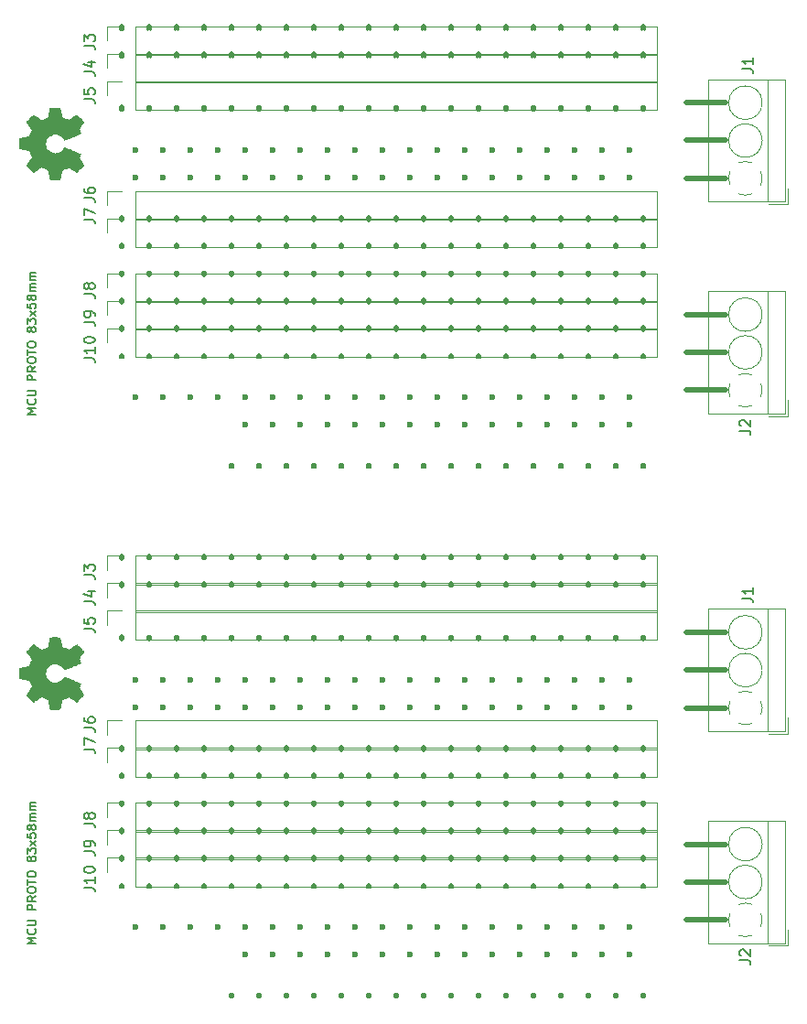
<source format=gbr>
G04 #@! TF.GenerationSoftware,KiCad,Pcbnew,5.1.5+dfsg1-2build2*
G04 #@! TF.CreationDate,2022-02-15T21:28:09-05:00*
G04 #@! TF.ProjectId,,58585858-5858-4585-9858-585858585858,rev?*
G04 #@! TF.SameCoordinates,Original*
G04 #@! TF.FileFunction,Legend,Top*
G04 #@! TF.FilePolarity,Positive*
%FSLAX46Y46*%
G04 Gerber Fmt 4.6, Leading zero omitted, Abs format (unit mm)*
G04 Created by KiCad (PCBNEW 5.1.5+dfsg1-2build2) date 2022-02-15 21:28:09*
%MOMM*%
%LPD*%
G04 APERTURE LIST*
%ADD10C,0.500000*%
%ADD11C,0.150000*%
%ADD12C,0.120000*%
%ADD13C,0.010000*%
%ADD14R,1.802000X1.802000*%
%ADD15O,1.802000X1.802000*%
%ADD16C,2.102000*%
%ADD17C,3.102000*%
%ADD18R,2.502000X2.502000*%
%ADD19C,2.502000*%
%ADD20C,2.100980*%
G04 APERTURE END LIST*
D10*
X166633400Y-97412400D02*
X163013900Y-97412400D01*
X166633400Y-100904900D02*
X163013900Y-100904900D01*
X166633400Y-104410100D02*
X163013900Y-104410100D01*
X166633400Y-117021200D02*
X163013900Y-117021200D01*
X166633400Y-120501000D02*
X163013900Y-120501000D01*
X166633400Y-123993500D02*
X163013900Y-123993500D01*
D11*
X102836304Y-126227880D02*
X102036304Y-126227880D01*
X102607733Y-125961214D01*
X102036304Y-125694547D01*
X102836304Y-125694547D01*
X102760114Y-124856452D02*
X102798209Y-124894547D01*
X102836304Y-125008833D01*
X102836304Y-125085023D01*
X102798209Y-125199309D01*
X102722019Y-125275500D01*
X102645828Y-125313595D01*
X102493447Y-125351690D01*
X102379161Y-125351690D01*
X102226780Y-125313595D01*
X102150590Y-125275500D01*
X102074400Y-125199309D01*
X102036304Y-125085023D01*
X102036304Y-125008833D01*
X102074400Y-124894547D01*
X102112495Y-124856452D01*
X102036304Y-124513595D02*
X102683923Y-124513595D01*
X102760114Y-124475500D01*
X102798209Y-124437404D01*
X102836304Y-124361214D01*
X102836304Y-124208833D01*
X102798209Y-124132642D01*
X102760114Y-124094547D01*
X102683923Y-124056452D01*
X102036304Y-124056452D01*
X102836304Y-123065976D02*
X102036304Y-123065976D01*
X102036304Y-122761214D01*
X102074400Y-122685023D01*
X102112495Y-122646928D01*
X102188685Y-122608833D01*
X102302971Y-122608833D01*
X102379161Y-122646928D01*
X102417257Y-122685023D01*
X102455352Y-122761214D01*
X102455352Y-123065976D01*
X102836304Y-121808833D02*
X102455352Y-122075500D01*
X102836304Y-122265976D02*
X102036304Y-122265976D01*
X102036304Y-121961214D01*
X102074400Y-121885023D01*
X102112495Y-121846928D01*
X102188685Y-121808833D01*
X102302971Y-121808833D01*
X102379161Y-121846928D01*
X102417257Y-121885023D01*
X102455352Y-121961214D01*
X102455352Y-122265976D01*
X102036304Y-121313595D02*
X102036304Y-121161214D01*
X102074400Y-121085023D01*
X102150590Y-121008833D01*
X102302971Y-120970738D01*
X102569638Y-120970738D01*
X102722019Y-121008833D01*
X102798209Y-121085023D01*
X102836304Y-121161214D01*
X102836304Y-121313595D01*
X102798209Y-121389785D01*
X102722019Y-121465976D01*
X102569638Y-121504071D01*
X102302971Y-121504071D01*
X102150590Y-121465976D01*
X102074400Y-121389785D01*
X102036304Y-121313595D01*
X102036304Y-120742166D02*
X102036304Y-120285023D01*
X102836304Y-120513595D02*
X102036304Y-120513595D01*
X102036304Y-119865976D02*
X102036304Y-119713595D01*
X102074400Y-119637404D01*
X102150590Y-119561214D01*
X102302971Y-119523119D01*
X102569638Y-119523119D01*
X102722019Y-119561214D01*
X102798209Y-119637404D01*
X102836304Y-119713595D01*
X102836304Y-119865976D01*
X102798209Y-119942166D01*
X102722019Y-120018357D01*
X102569638Y-120056452D01*
X102302971Y-120056452D01*
X102150590Y-120018357D01*
X102074400Y-119942166D01*
X102036304Y-119865976D01*
X102379161Y-118456452D02*
X102341066Y-118532642D01*
X102302971Y-118570738D01*
X102226780Y-118608833D01*
X102188685Y-118608833D01*
X102112495Y-118570738D01*
X102074400Y-118532642D01*
X102036304Y-118456452D01*
X102036304Y-118304071D01*
X102074400Y-118227880D01*
X102112495Y-118189785D01*
X102188685Y-118151690D01*
X102226780Y-118151690D01*
X102302971Y-118189785D01*
X102341066Y-118227880D01*
X102379161Y-118304071D01*
X102379161Y-118456452D01*
X102417257Y-118532642D01*
X102455352Y-118570738D01*
X102531542Y-118608833D01*
X102683923Y-118608833D01*
X102760114Y-118570738D01*
X102798209Y-118532642D01*
X102836304Y-118456452D01*
X102836304Y-118304071D01*
X102798209Y-118227880D01*
X102760114Y-118189785D01*
X102683923Y-118151690D01*
X102531542Y-118151690D01*
X102455352Y-118189785D01*
X102417257Y-118227880D01*
X102379161Y-118304071D01*
X102036304Y-117885023D02*
X102036304Y-117389785D01*
X102341066Y-117656452D01*
X102341066Y-117542166D01*
X102379161Y-117465976D01*
X102417257Y-117427880D01*
X102493447Y-117389785D01*
X102683923Y-117389785D01*
X102760114Y-117427880D01*
X102798209Y-117465976D01*
X102836304Y-117542166D01*
X102836304Y-117770738D01*
X102798209Y-117846928D01*
X102760114Y-117885023D01*
X102836304Y-117123119D02*
X102302971Y-116704071D01*
X102302971Y-117123119D02*
X102836304Y-116704071D01*
X102036304Y-116018357D02*
X102036304Y-116399309D01*
X102417257Y-116437404D01*
X102379161Y-116399309D01*
X102341066Y-116323119D01*
X102341066Y-116132642D01*
X102379161Y-116056452D01*
X102417257Y-116018357D01*
X102493447Y-115980261D01*
X102683923Y-115980261D01*
X102760114Y-116018357D01*
X102798209Y-116056452D01*
X102836304Y-116132642D01*
X102836304Y-116323119D01*
X102798209Y-116399309D01*
X102760114Y-116437404D01*
X102379161Y-115523119D02*
X102341066Y-115599309D01*
X102302971Y-115637404D01*
X102226780Y-115675500D01*
X102188685Y-115675500D01*
X102112495Y-115637404D01*
X102074400Y-115599309D01*
X102036304Y-115523119D01*
X102036304Y-115370738D01*
X102074400Y-115294547D01*
X102112495Y-115256452D01*
X102188685Y-115218357D01*
X102226780Y-115218357D01*
X102302971Y-115256452D01*
X102341066Y-115294547D01*
X102379161Y-115370738D01*
X102379161Y-115523119D01*
X102417257Y-115599309D01*
X102455352Y-115637404D01*
X102531542Y-115675500D01*
X102683923Y-115675500D01*
X102760114Y-115637404D01*
X102798209Y-115599309D01*
X102836304Y-115523119D01*
X102836304Y-115370738D01*
X102798209Y-115294547D01*
X102760114Y-115256452D01*
X102683923Y-115218357D01*
X102531542Y-115218357D01*
X102455352Y-115256452D01*
X102417257Y-115294547D01*
X102379161Y-115370738D01*
X102836304Y-114875500D02*
X102302971Y-114875500D01*
X102379161Y-114875500D02*
X102341066Y-114837404D01*
X102302971Y-114761214D01*
X102302971Y-114646928D01*
X102341066Y-114570738D01*
X102417257Y-114532642D01*
X102836304Y-114532642D01*
X102417257Y-114532642D02*
X102341066Y-114494547D01*
X102302971Y-114418357D01*
X102302971Y-114304071D01*
X102341066Y-114227880D01*
X102417257Y-114189785D01*
X102836304Y-114189785D01*
X102836304Y-113808833D02*
X102302971Y-113808833D01*
X102379161Y-113808833D02*
X102341066Y-113770738D01*
X102302971Y-113694547D01*
X102302971Y-113580261D01*
X102341066Y-113504071D01*
X102417257Y-113465976D01*
X102836304Y-113465976D01*
X102417257Y-113465976D02*
X102341066Y-113427880D01*
X102302971Y-113351690D01*
X102302971Y-113237404D01*
X102341066Y-113161214D01*
X102417257Y-113123119D01*
X102836304Y-113123119D01*
D10*
X110740700Y-90363900D02*
X110740700Y-90579800D01*
X113280700Y-90363900D02*
X113280700Y-90579800D01*
X115820700Y-90363900D02*
X115820700Y-90579800D01*
X118360700Y-90363900D02*
X118360700Y-90579800D01*
X120900700Y-90363900D02*
X120900700Y-90579800D01*
X123440700Y-90363900D02*
X123440700Y-90579800D01*
X125980700Y-90363900D02*
X125980700Y-90579800D01*
X128520700Y-90363900D02*
X128520700Y-90579800D01*
X131060700Y-90363900D02*
X131060700Y-90579800D01*
X133600700Y-90363900D02*
X133600700Y-90579800D01*
X136140700Y-90363900D02*
X136140700Y-90579800D01*
X138680700Y-90363900D02*
X138680700Y-90579800D01*
X141220700Y-90363900D02*
X141220700Y-90579800D01*
X143760700Y-90363900D02*
X143760700Y-90579800D01*
X146300700Y-90363900D02*
X146300700Y-90579800D01*
X148840700Y-90363900D02*
X148840700Y-90579800D01*
X151380700Y-90363900D02*
X151380700Y-90579800D01*
X153920700Y-90363900D02*
X153920700Y-90579800D01*
X156460700Y-90363900D02*
X156460700Y-90579800D01*
X159000700Y-90363900D02*
X159000700Y-90579800D01*
X110740700Y-92903900D02*
X110740700Y-93119800D01*
X113280700Y-92903900D02*
X113280700Y-93119800D01*
X115820700Y-92903900D02*
X115820700Y-93119800D01*
X118360700Y-92903900D02*
X118360700Y-93119800D01*
X120900700Y-92903900D02*
X120900700Y-93119800D01*
X123440700Y-92903900D02*
X123440700Y-93119800D01*
X125980700Y-92903900D02*
X125980700Y-93119800D01*
X128520700Y-92903900D02*
X128520700Y-93119800D01*
X131060700Y-92903900D02*
X131060700Y-93119800D01*
X133600700Y-92903900D02*
X133600700Y-93119800D01*
X136140700Y-92903900D02*
X136140700Y-93119800D01*
X138680700Y-92903900D02*
X138680700Y-93119800D01*
X141220700Y-92903900D02*
X141220700Y-93119800D01*
X143760700Y-92903900D02*
X143760700Y-93119800D01*
X146300700Y-92903900D02*
X146300700Y-93119800D01*
X148840700Y-92903900D02*
X148840700Y-93119800D01*
X151380700Y-92903900D02*
X151380700Y-93119800D01*
X153920700Y-92903900D02*
X153920700Y-93119800D01*
X156460700Y-92903900D02*
X156460700Y-93119800D01*
X159000700Y-92903900D02*
X159000700Y-93119800D01*
X110740700Y-120831200D02*
X110740700Y-121047100D01*
X113280700Y-120831200D02*
X113280700Y-121047100D01*
X115820700Y-120831200D02*
X115820700Y-121047100D01*
X118360700Y-120831200D02*
X118360700Y-121047100D01*
X120900700Y-120831200D02*
X120900700Y-121047100D01*
X123440700Y-120831200D02*
X123440700Y-121047100D01*
X125980700Y-120831200D02*
X125980700Y-121047100D01*
X128520700Y-120831200D02*
X128520700Y-121047100D01*
X131060700Y-120831200D02*
X131060700Y-121047100D01*
X133600700Y-120831200D02*
X133600700Y-121047100D01*
X136140700Y-120831200D02*
X136140700Y-121047100D01*
X138680700Y-120831200D02*
X138680700Y-121047100D01*
X141220700Y-120831200D02*
X141220700Y-121047100D01*
X143760700Y-120831200D02*
X143760700Y-121047100D01*
X146300700Y-120831200D02*
X146300700Y-121047100D01*
X148840700Y-120831200D02*
X148840700Y-121047100D01*
X151380700Y-120831200D02*
X151380700Y-121047100D01*
X153920700Y-120831200D02*
X153920700Y-121047100D01*
X156460700Y-120831200D02*
X156460700Y-121047100D01*
X159000700Y-120831200D02*
X159000700Y-121047100D01*
X120913400Y-130927700D02*
X120913400Y-131143600D01*
X123453400Y-130927700D02*
X123453400Y-131143600D01*
X125993400Y-130927700D02*
X125993400Y-131143600D01*
X128533400Y-130927700D02*
X128533400Y-131143600D01*
X131073400Y-130927700D02*
X131073400Y-131143600D01*
X133613400Y-130927700D02*
X133613400Y-131143600D01*
X136153400Y-130927700D02*
X136153400Y-131143600D01*
X138693400Y-130927700D02*
X138693400Y-131143600D01*
X141233400Y-130927700D02*
X141233400Y-131143600D01*
X143773400Y-130927700D02*
X143773400Y-131143600D01*
X146313400Y-130927700D02*
X146313400Y-131143600D01*
X148853400Y-130927700D02*
X148853400Y-131143600D01*
X151393400Y-130927700D02*
X151393400Y-131143600D01*
X153933400Y-130927700D02*
X153933400Y-131143600D01*
X156473400Y-130927700D02*
X156473400Y-131143600D01*
X159013400Y-130927700D02*
X159013400Y-131143600D01*
X122285000Y-127219300D02*
X122069100Y-127219300D01*
X124825000Y-127219300D02*
X124609100Y-127219300D01*
X127365000Y-127219300D02*
X127149100Y-127219300D01*
X129905000Y-127219300D02*
X129689100Y-127219300D01*
X132445000Y-127219300D02*
X132229100Y-127219300D01*
X134985000Y-127219300D02*
X134769100Y-127219300D01*
X137525000Y-127219300D02*
X137309100Y-127219300D01*
X140065000Y-127219300D02*
X139849100Y-127219300D01*
X142605000Y-127219300D02*
X142389100Y-127219300D01*
X145145000Y-127219300D02*
X144929100Y-127219300D01*
X147685000Y-127219300D02*
X147469100Y-127219300D01*
X150225000Y-127219300D02*
X150009100Y-127219300D01*
X152765000Y-127219300D02*
X152549100Y-127219300D01*
X155305000Y-127219300D02*
X155089100Y-127219300D01*
X157845000Y-127219300D02*
X157629100Y-127219300D01*
X112125000Y-124692000D02*
X111909100Y-124692000D01*
X114665000Y-124692000D02*
X114449100Y-124692000D01*
X117205000Y-124692000D02*
X116989100Y-124692000D01*
X119745000Y-124692000D02*
X119529100Y-124692000D01*
X122285000Y-124692000D02*
X122069100Y-124692000D01*
X124825000Y-124692000D02*
X124609100Y-124692000D01*
X127365000Y-124692000D02*
X127149100Y-124692000D01*
X129905000Y-124692000D02*
X129689100Y-124692000D01*
X132445000Y-124692000D02*
X132229100Y-124692000D01*
X134985000Y-124692000D02*
X134769100Y-124692000D01*
X137525000Y-124692000D02*
X137309100Y-124692000D01*
X140065000Y-124692000D02*
X139849100Y-124692000D01*
X142605000Y-124692000D02*
X142389100Y-124692000D01*
X145145000Y-124692000D02*
X144929100Y-124692000D01*
X147685000Y-124692000D02*
X147469100Y-124692000D01*
X150225000Y-124692000D02*
X150009100Y-124692000D01*
X152765000Y-124692000D02*
X152549100Y-124692000D01*
X155305000Y-124692000D02*
X155089100Y-124692000D01*
X157845000Y-124692000D02*
X157629100Y-124692000D01*
X112125000Y-104359300D02*
X111909100Y-104359300D01*
X114665000Y-104359300D02*
X114449100Y-104359300D01*
X117205000Y-104359300D02*
X116989100Y-104359300D01*
X119745000Y-104359300D02*
X119529100Y-104359300D01*
X122285000Y-104359300D02*
X122069100Y-104359300D01*
X124825000Y-104359300D02*
X124609100Y-104359300D01*
X127365000Y-104359300D02*
X127149100Y-104359300D01*
X129905000Y-104359300D02*
X129689100Y-104359300D01*
X132445000Y-104359300D02*
X132229100Y-104359300D01*
X134985000Y-104359300D02*
X134769100Y-104359300D01*
X137525000Y-104359300D02*
X137309100Y-104359300D01*
X140065000Y-104359300D02*
X139849100Y-104359300D01*
X142605000Y-104359300D02*
X142389100Y-104359300D01*
X145145000Y-104359300D02*
X144929100Y-104359300D01*
X147685000Y-104359300D02*
X147469100Y-104359300D01*
X150225000Y-104359300D02*
X150009100Y-104359300D01*
X152765000Y-104359300D02*
X152549100Y-104359300D01*
X155305000Y-104359300D02*
X155089100Y-104359300D01*
X157845000Y-104359300D02*
X157629100Y-104359300D01*
X110740700Y-108048600D02*
X110740700Y-108264500D01*
X113280700Y-108048600D02*
X113280700Y-108264500D01*
X115820700Y-108048600D02*
X115820700Y-108264500D01*
X118360700Y-108048600D02*
X118360700Y-108264500D01*
X120900700Y-108048600D02*
X120900700Y-108264500D01*
X123440700Y-108048600D02*
X123440700Y-108264500D01*
X125980700Y-108048600D02*
X125980700Y-108264500D01*
X128520700Y-108048600D02*
X128520700Y-108264500D01*
X131060700Y-108048600D02*
X131060700Y-108264500D01*
X133600700Y-108048600D02*
X133600700Y-108264500D01*
X136140700Y-108048600D02*
X136140700Y-108264500D01*
X138680700Y-108048600D02*
X138680700Y-108264500D01*
X141220700Y-108048600D02*
X141220700Y-108264500D01*
X143760700Y-108048600D02*
X143760700Y-108264500D01*
X146300700Y-108048600D02*
X146300700Y-108264500D01*
X148840700Y-108048600D02*
X148840700Y-108264500D01*
X151380700Y-108048600D02*
X151380700Y-108264500D01*
X153920700Y-108048600D02*
X153920700Y-108264500D01*
X156460700Y-108048600D02*
X156460700Y-108264500D01*
X159000700Y-108048600D02*
X159000700Y-108264500D01*
X110740700Y-110588600D02*
X110740700Y-110804500D01*
X113280700Y-110588600D02*
X113280700Y-110804500D01*
X115820700Y-110588600D02*
X115820700Y-110804500D01*
X118360700Y-110588600D02*
X118360700Y-110804500D01*
X120900700Y-110588600D02*
X120900700Y-110804500D01*
X123440700Y-110588600D02*
X123440700Y-110804500D01*
X125980700Y-110588600D02*
X125980700Y-110804500D01*
X128520700Y-110588600D02*
X128520700Y-110804500D01*
X131060700Y-110588600D02*
X131060700Y-110804500D01*
X133600700Y-110588600D02*
X133600700Y-110804500D01*
X136140700Y-110588600D02*
X136140700Y-110804500D01*
X138680700Y-110588600D02*
X138680700Y-110804500D01*
X141220700Y-110588600D02*
X141220700Y-110804500D01*
X143760700Y-110588600D02*
X143760700Y-110804500D01*
X146300700Y-110588600D02*
X146300700Y-110804500D01*
X148840700Y-110588600D02*
X148840700Y-110804500D01*
X151380700Y-110588600D02*
X151380700Y-110804500D01*
X153920700Y-110588600D02*
X153920700Y-110804500D01*
X156460700Y-110588600D02*
X156460700Y-110804500D01*
X159000700Y-110588600D02*
X159000700Y-110804500D01*
X110740700Y-113128600D02*
X110740700Y-113344500D01*
X113280700Y-113128600D02*
X113280700Y-113344500D01*
X115820700Y-113128600D02*
X115820700Y-113344500D01*
X118360700Y-113128600D02*
X118360700Y-113344500D01*
X120900700Y-113128600D02*
X120900700Y-113344500D01*
X123440700Y-113128600D02*
X123440700Y-113344500D01*
X125980700Y-113128600D02*
X125980700Y-113344500D01*
X128520700Y-113128600D02*
X128520700Y-113344500D01*
X131060700Y-113128600D02*
X131060700Y-113344500D01*
X133600700Y-113128600D02*
X133600700Y-113344500D01*
X136140700Y-113128600D02*
X136140700Y-113344500D01*
X138680700Y-113128600D02*
X138680700Y-113344500D01*
X141220700Y-113128600D02*
X141220700Y-113344500D01*
X143760700Y-113128600D02*
X143760700Y-113344500D01*
X146300700Y-113128600D02*
X146300700Y-113344500D01*
X148840700Y-113128600D02*
X148840700Y-113344500D01*
X151380700Y-113128600D02*
X151380700Y-113344500D01*
X153920700Y-113128600D02*
X153920700Y-113344500D01*
X156460700Y-113128600D02*
X156460700Y-113344500D01*
X159000700Y-113128600D02*
X159000700Y-113344500D01*
X110740700Y-115668600D02*
X110740700Y-115884500D01*
X113280700Y-115668600D02*
X113280700Y-115884500D01*
X115820700Y-115668600D02*
X115820700Y-115884500D01*
X118360700Y-115668600D02*
X118360700Y-115884500D01*
X120900700Y-115668600D02*
X120900700Y-115884500D01*
X123440700Y-115668600D02*
X123440700Y-115884500D01*
X125980700Y-115668600D02*
X125980700Y-115884500D01*
X128520700Y-115668600D02*
X128520700Y-115884500D01*
X131060700Y-115668600D02*
X131060700Y-115884500D01*
X133600700Y-115668600D02*
X133600700Y-115884500D01*
X136140700Y-115668600D02*
X136140700Y-115884500D01*
X138680700Y-115668600D02*
X138680700Y-115884500D01*
X141220700Y-115668600D02*
X141220700Y-115884500D01*
X143760700Y-115668600D02*
X143760700Y-115884500D01*
X146300700Y-115668600D02*
X146300700Y-115884500D01*
X148840700Y-115668600D02*
X148840700Y-115884500D01*
X151380700Y-115668600D02*
X151380700Y-115884500D01*
X153920700Y-115668600D02*
X153920700Y-115884500D01*
X156460700Y-115668600D02*
X156460700Y-115884500D01*
X159000700Y-115668600D02*
X159000700Y-115884500D01*
X110740700Y-118208600D02*
X110740700Y-118424500D01*
X113280700Y-118208600D02*
X113280700Y-118424500D01*
X115820700Y-118208600D02*
X115820700Y-118424500D01*
X118360700Y-118208600D02*
X118360700Y-118424500D01*
X120900700Y-118208600D02*
X120900700Y-118424500D01*
X123440700Y-118208600D02*
X123440700Y-118424500D01*
X125980700Y-118208600D02*
X125980700Y-118424500D01*
X128520700Y-118208600D02*
X128520700Y-118424500D01*
X131060700Y-118208600D02*
X131060700Y-118424500D01*
X133600700Y-118208600D02*
X133600700Y-118424500D01*
X136140700Y-118208600D02*
X136140700Y-118424500D01*
X138680700Y-118208600D02*
X138680700Y-118424500D01*
X141220700Y-118208600D02*
X141220700Y-118424500D01*
X143760700Y-118208600D02*
X143760700Y-118424500D01*
X146300700Y-118208600D02*
X146300700Y-118424500D01*
X148840700Y-118208600D02*
X148840700Y-118424500D01*
X151380700Y-118208600D02*
X151380700Y-118424500D01*
X153920700Y-118208600D02*
X153920700Y-118424500D01*
X156460700Y-118208600D02*
X156460700Y-118424500D01*
X159000700Y-118208600D02*
X159000700Y-118424500D01*
X110740700Y-97831500D02*
X110740700Y-98047400D01*
X113280700Y-97831500D02*
X113280700Y-98047400D01*
X115820700Y-97831500D02*
X115820700Y-98047400D01*
X118360700Y-97831500D02*
X118360700Y-98047400D01*
X120900700Y-97831500D02*
X120900700Y-98047400D01*
X123440700Y-97831500D02*
X123440700Y-98047400D01*
X125980700Y-97831500D02*
X125980700Y-98047400D01*
X128520700Y-97831500D02*
X128520700Y-98047400D01*
X131060700Y-97831500D02*
X131060700Y-98047400D01*
X133600700Y-97831500D02*
X133600700Y-98047400D01*
X136140700Y-97831500D02*
X136140700Y-98047400D01*
X138680700Y-97831500D02*
X138680700Y-98047400D01*
X141220700Y-97831500D02*
X141220700Y-98047400D01*
X143760700Y-97831500D02*
X143760700Y-98047400D01*
X146300700Y-97831500D02*
X146300700Y-98047400D01*
X148840700Y-97831500D02*
X148840700Y-98047400D01*
X151380700Y-97831500D02*
X151380700Y-98047400D01*
X153920700Y-97831500D02*
X153920700Y-98047400D01*
X156460700Y-97831500D02*
X156460700Y-98047400D01*
X159000700Y-97831500D02*
X159000700Y-98047400D01*
X112128300Y-101821200D02*
X111912400Y-101821200D01*
X114668300Y-101821200D02*
X114452400Y-101821200D01*
X117208300Y-101821200D02*
X116992400Y-101821200D01*
X119748300Y-101821200D02*
X119532400Y-101821200D01*
X122288300Y-101821200D02*
X122072400Y-101821200D01*
X124828300Y-101821200D02*
X124612400Y-101821200D01*
X127368300Y-101821200D02*
X127152400Y-101821200D01*
X129908300Y-101821200D02*
X129692400Y-101821200D01*
X132448300Y-101821200D02*
X132232400Y-101821200D01*
X134988300Y-101821200D02*
X134772400Y-101821200D01*
X137528300Y-101821200D02*
X137312400Y-101821200D01*
X140068300Y-101821200D02*
X139852400Y-101821200D01*
X142608300Y-101821200D02*
X142392400Y-101821200D01*
X145148300Y-101821200D02*
X144932400Y-101821200D01*
X147688300Y-101821200D02*
X147472400Y-101821200D01*
X150228300Y-101821200D02*
X150012400Y-101821200D01*
X152768300Y-101821200D02*
X152552400Y-101821200D01*
X155308300Y-101821200D02*
X155092400Y-101821200D01*
X157848300Y-101821200D02*
X157632400Y-101821200D01*
X157848300Y-52821200D02*
X157632400Y-52821200D01*
X155308300Y-52821200D02*
X155092400Y-52821200D01*
X152768300Y-52821200D02*
X152552400Y-52821200D01*
X150228300Y-52821200D02*
X150012400Y-52821200D01*
X147688300Y-52821200D02*
X147472400Y-52821200D01*
X145148300Y-52821200D02*
X144932400Y-52821200D01*
X142608300Y-52821200D02*
X142392400Y-52821200D01*
X140068300Y-52821200D02*
X139852400Y-52821200D01*
X137528300Y-52821200D02*
X137312400Y-52821200D01*
X134988300Y-52821200D02*
X134772400Y-52821200D01*
X132448300Y-52821200D02*
X132232400Y-52821200D01*
X129908300Y-52821200D02*
X129692400Y-52821200D01*
X127368300Y-52821200D02*
X127152400Y-52821200D01*
X124828300Y-52821200D02*
X124612400Y-52821200D01*
X122288300Y-52821200D02*
X122072400Y-52821200D01*
X119748300Y-52821200D02*
X119532400Y-52821200D01*
X117208300Y-52821200D02*
X116992400Y-52821200D01*
X114668300Y-52821200D02*
X114452400Y-52821200D01*
X112128300Y-52821200D02*
X111912400Y-52821200D01*
X159000700Y-48831500D02*
X159000700Y-49047400D01*
X156460700Y-48831500D02*
X156460700Y-49047400D01*
X153920700Y-48831500D02*
X153920700Y-49047400D01*
X151380700Y-48831500D02*
X151380700Y-49047400D01*
X148840700Y-48831500D02*
X148840700Y-49047400D01*
X146300700Y-48831500D02*
X146300700Y-49047400D01*
X143760700Y-48831500D02*
X143760700Y-49047400D01*
X141220700Y-48831500D02*
X141220700Y-49047400D01*
X138680700Y-48831500D02*
X138680700Y-49047400D01*
X136140700Y-48831500D02*
X136140700Y-49047400D01*
X133600700Y-48831500D02*
X133600700Y-49047400D01*
X131060700Y-48831500D02*
X131060700Y-49047400D01*
X128520700Y-48831500D02*
X128520700Y-49047400D01*
X125980700Y-48831500D02*
X125980700Y-49047400D01*
X123440700Y-48831500D02*
X123440700Y-49047400D01*
X120900700Y-48831500D02*
X120900700Y-49047400D01*
X118360700Y-48831500D02*
X118360700Y-49047400D01*
X115820700Y-48831500D02*
X115820700Y-49047400D01*
X113280700Y-48831500D02*
X113280700Y-49047400D01*
X110740700Y-48831500D02*
X110740700Y-49047400D01*
X159000700Y-69208600D02*
X159000700Y-69424500D01*
X156460700Y-69208600D02*
X156460700Y-69424500D01*
X153920700Y-69208600D02*
X153920700Y-69424500D01*
X151380700Y-69208600D02*
X151380700Y-69424500D01*
X148840700Y-69208600D02*
X148840700Y-69424500D01*
X146300700Y-69208600D02*
X146300700Y-69424500D01*
X143760700Y-69208600D02*
X143760700Y-69424500D01*
X141220700Y-69208600D02*
X141220700Y-69424500D01*
X138680700Y-69208600D02*
X138680700Y-69424500D01*
X136140700Y-69208600D02*
X136140700Y-69424500D01*
X133600700Y-69208600D02*
X133600700Y-69424500D01*
X131060700Y-69208600D02*
X131060700Y-69424500D01*
X128520700Y-69208600D02*
X128520700Y-69424500D01*
X125980700Y-69208600D02*
X125980700Y-69424500D01*
X123440700Y-69208600D02*
X123440700Y-69424500D01*
X120900700Y-69208600D02*
X120900700Y-69424500D01*
X118360700Y-69208600D02*
X118360700Y-69424500D01*
X115820700Y-69208600D02*
X115820700Y-69424500D01*
X113280700Y-69208600D02*
X113280700Y-69424500D01*
X110740700Y-69208600D02*
X110740700Y-69424500D01*
X159000700Y-66668600D02*
X159000700Y-66884500D01*
X156460700Y-66668600D02*
X156460700Y-66884500D01*
X153920700Y-66668600D02*
X153920700Y-66884500D01*
X151380700Y-66668600D02*
X151380700Y-66884500D01*
X148840700Y-66668600D02*
X148840700Y-66884500D01*
X146300700Y-66668600D02*
X146300700Y-66884500D01*
X143760700Y-66668600D02*
X143760700Y-66884500D01*
X141220700Y-66668600D02*
X141220700Y-66884500D01*
X138680700Y-66668600D02*
X138680700Y-66884500D01*
X136140700Y-66668600D02*
X136140700Y-66884500D01*
X133600700Y-66668600D02*
X133600700Y-66884500D01*
X131060700Y-66668600D02*
X131060700Y-66884500D01*
X128520700Y-66668600D02*
X128520700Y-66884500D01*
X125980700Y-66668600D02*
X125980700Y-66884500D01*
X123440700Y-66668600D02*
X123440700Y-66884500D01*
X120900700Y-66668600D02*
X120900700Y-66884500D01*
X118360700Y-66668600D02*
X118360700Y-66884500D01*
X115820700Y-66668600D02*
X115820700Y-66884500D01*
X113280700Y-66668600D02*
X113280700Y-66884500D01*
X110740700Y-66668600D02*
X110740700Y-66884500D01*
X159000700Y-64128600D02*
X159000700Y-64344500D01*
X156460700Y-64128600D02*
X156460700Y-64344500D01*
X153920700Y-64128600D02*
X153920700Y-64344500D01*
X151380700Y-64128600D02*
X151380700Y-64344500D01*
X148840700Y-64128600D02*
X148840700Y-64344500D01*
X146300700Y-64128600D02*
X146300700Y-64344500D01*
X143760700Y-64128600D02*
X143760700Y-64344500D01*
X141220700Y-64128600D02*
X141220700Y-64344500D01*
X138680700Y-64128600D02*
X138680700Y-64344500D01*
X136140700Y-64128600D02*
X136140700Y-64344500D01*
X133600700Y-64128600D02*
X133600700Y-64344500D01*
X131060700Y-64128600D02*
X131060700Y-64344500D01*
X128520700Y-64128600D02*
X128520700Y-64344500D01*
X125980700Y-64128600D02*
X125980700Y-64344500D01*
X123440700Y-64128600D02*
X123440700Y-64344500D01*
X120900700Y-64128600D02*
X120900700Y-64344500D01*
X118360700Y-64128600D02*
X118360700Y-64344500D01*
X115820700Y-64128600D02*
X115820700Y-64344500D01*
X113280700Y-64128600D02*
X113280700Y-64344500D01*
X110740700Y-64128600D02*
X110740700Y-64344500D01*
X159000700Y-61588600D02*
X159000700Y-61804500D01*
X156460700Y-61588600D02*
X156460700Y-61804500D01*
X153920700Y-61588600D02*
X153920700Y-61804500D01*
X151380700Y-61588600D02*
X151380700Y-61804500D01*
X148840700Y-61588600D02*
X148840700Y-61804500D01*
X146300700Y-61588600D02*
X146300700Y-61804500D01*
X143760700Y-61588600D02*
X143760700Y-61804500D01*
X141220700Y-61588600D02*
X141220700Y-61804500D01*
X138680700Y-61588600D02*
X138680700Y-61804500D01*
X136140700Y-61588600D02*
X136140700Y-61804500D01*
X133600700Y-61588600D02*
X133600700Y-61804500D01*
X131060700Y-61588600D02*
X131060700Y-61804500D01*
X128520700Y-61588600D02*
X128520700Y-61804500D01*
X125980700Y-61588600D02*
X125980700Y-61804500D01*
X123440700Y-61588600D02*
X123440700Y-61804500D01*
X120900700Y-61588600D02*
X120900700Y-61804500D01*
X118360700Y-61588600D02*
X118360700Y-61804500D01*
X115820700Y-61588600D02*
X115820700Y-61804500D01*
X113280700Y-61588600D02*
X113280700Y-61804500D01*
X110740700Y-61588600D02*
X110740700Y-61804500D01*
X159000700Y-59048600D02*
X159000700Y-59264500D01*
X156460700Y-59048600D02*
X156460700Y-59264500D01*
X153920700Y-59048600D02*
X153920700Y-59264500D01*
X151380700Y-59048600D02*
X151380700Y-59264500D01*
X148840700Y-59048600D02*
X148840700Y-59264500D01*
X146300700Y-59048600D02*
X146300700Y-59264500D01*
X143760700Y-59048600D02*
X143760700Y-59264500D01*
X141220700Y-59048600D02*
X141220700Y-59264500D01*
X138680700Y-59048600D02*
X138680700Y-59264500D01*
X136140700Y-59048600D02*
X136140700Y-59264500D01*
X133600700Y-59048600D02*
X133600700Y-59264500D01*
X131060700Y-59048600D02*
X131060700Y-59264500D01*
X128520700Y-59048600D02*
X128520700Y-59264500D01*
X125980700Y-59048600D02*
X125980700Y-59264500D01*
X123440700Y-59048600D02*
X123440700Y-59264500D01*
X120900700Y-59048600D02*
X120900700Y-59264500D01*
X118360700Y-59048600D02*
X118360700Y-59264500D01*
X115820700Y-59048600D02*
X115820700Y-59264500D01*
X113280700Y-59048600D02*
X113280700Y-59264500D01*
X110740700Y-59048600D02*
X110740700Y-59264500D01*
X157845000Y-55359300D02*
X157629100Y-55359300D01*
X155305000Y-55359300D02*
X155089100Y-55359300D01*
X152765000Y-55359300D02*
X152549100Y-55359300D01*
X150225000Y-55359300D02*
X150009100Y-55359300D01*
X147685000Y-55359300D02*
X147469100Y-55359300D01*
X145145000Y-55359300D02*
X144929100Y-55359300D01*
X142605000Y-55359300D02*
X142389100Y-55359300D01*
X140065000Y-55359300D02*
X139849100Y-55359300D01*
X137525000Y-55359300D02*
X137309100Y-55359300D01*
X134985000Y-55359300D02*
X134769100Y-55359300D01*
X132445000Y-55359300D02*
X132229100Y-55359300D01*
X129905000Y-55359300D02*
X129689100Y-55359300D01*
X127365000Y-55359300D02*
X127149100Y-55359300D01*
X124825000Y-55359300D02*
X124609100Y-55359300D01*
X122285000Y-55359300D02*
X122069100Y-55359300D01*
X119745000Y-55359300D02*
X119529100Y-55359300D01*
X117205000Y-55359300D02*
X116989100Y-55359300D01*
X114665000Y-55359300D02*
X114449100Y-55359300D01*
X112125000Y-55359300D02*
X111909100Y-55359300D01*
X157845000Y-75692000D02*
X157629100Y-75692000D01*
X155305000Y-75692000D02*
X155089100Y-75692000D01*
X152765000Y-75692000D02*
X152549100Y-75692000D01*
X150225000Y-75692000D02*
X150009100Y-75692000D01*
X147685000Y-75692000D02*
X147469100Y-75692000D01*
X145145000Y-75692000D02*
X144929100Y-75692000D01*
X142605000Y-75692000D02*
X142389100Y-75692000D01*
X140065000Y-75692000D02*
X139849100Y-75692000D01*
X137525000Y-75692000D02*
X137309100Y-75692000D01*
X134985000Y-75692000D02*
X134769100Y-75692000D01*
X132445000Y-75692000D02*
X132229100Y-75692000D01*
X129905000Y-75692000D02*
X129689100Y-75692000D01*
X127365000Y-75692000D02*
X127149100Y-75692000D01*
X124825000Y-75692000D02*
X124609100Y-75692000D01*
X122285000Y-75692000D02*
X122069100Y-75692000D01*
X119745000Y-75692000D02*
X119529100Y-75692000D01*
X117205000Y-75692000D02*
X116989100Y-75692000D01*
X114665000Y-75692000D02*
X114449100Y-75692000D01*
X112125000Y-75692000D02*
X111909100Y-75692000D01*
X157845000Y-78219300D02*
X157629100Y-78219300D01*
X155305000Y-78219300D02*
X155089100Y-78219300D01*
X152765000Y-78219300D02*
X152549100Y-78219300D01*
X150225000Y-78219300D02*
X150009100Y-78219300D01*
X147685000Y-78219300D02*
X147469100Y-78219300D01*
X145145000Y-78219300D02*
X144929100Y-78219300D01*
X142605000Y-78219300D02*
X142389100Y-78219300D01*
X140065000Y-78219300D02*
X139849100Y-78219300D01*
X137525000Y-78219300D02*
X137309100Y-78219300D01*
X134985000Y-78219300D02*
X134769100Y-78219300D01*
X132445000Y-78219300D02*
X132229100Y-78219300D01*
X129905000Y-78219300D02*
X129689100Y-78219300D01*
X127365000Y-78219300D02*
X127149100Y-78219300D01*
X124825000Y-78219300D02*
X124609100Y-78219300D01*
X122285000Y-78219300D02*
X122069100Y-78219300D01*
X159013400Y-81927700D02*
X159013400Y-82143600D01*
X156473400Y-81927700D02*
X156473400Y-82143600D01*
X153933400Y-81927700D02*
X153933400Y-82143600D01*
X151393400Y-81927700D02*
X151393400Y-82143600D01*
X148853400Y-81927700D02*
X148853400Y-82143600D01*
X146313400Y-81927700D02*
X146313400Y-82143600D01*
X143773400Y-81927700D02*
X143773400Y-82143600D01*
X141233400Y-81927700D02*
X141233400Y-82143600D01*
X138693400Y-81927700D02*
X138693400Y-82143600D01*
X136153400Y-81927700D02*
X136153400Y-82143600D01*
X133613400Y-81927700D02*
X133613400Y-82143600D01*
X131073400Y-81927700D02*
X131073400Y-82143600D01*
X128533400Y-81927700D02*
X128533400Y-82143600D01*
X125993400Y-81927700D02*
X125993400Y-82143600D01*
X123453400Y-81927700D02*
X123453400Y-82143600D01*
X120913400Y-81927700D02*
X120913400Y-82143600D01*
X159000700Y-71831200D02*
X159000700Y-72047100D01*
X156460700Y-71831200D02*
X156460700Y-72047100D01*
X153920700Y-71831200D02*
X153920700Y-72047100D01*
X151380700Y-71831200D02*
X151380700Y-72047100D01*
X148840700Y-71831200D02*
X148840700Y-72047100D01*
X146300700Y-71831200D02*
X146300700Y-72047100D01*
X143760700Y-71831200D02*
X143760700Y-72047100D01*
X141220700Y-71831200D02*
X141220700Y-72047100D01*
X138680700Y-71831200D02*
X138680700Y-72047100D01*
X136140700Y-71831200D02*
X136140700Y-72047100D01*
X133600700Y-71831200D02*
X133600700Y-72047100D01*
X131060700Y-71831200D02*
X131060700Y-72047100D01*
X128520700Y-71831200D02*
X128520700Y-72047100D01*
X125980700Y-71831200D02*
X125980700Y-72047100D01*
X123440700Y-71831200D02*
X123440700Y-72047100D01*
X120900700Y-71831200D02*
X120900700Y-72047100D01*
X118360700Y-71831200D02*
X118360700Y-72047100D01*
X115820700Y-71831200D02*
X115820700Y-72047100D01*
X113280700Y-71831200D02*
X113280700Y-72047100D01*
X110740700Y-71831200D02*
X110740700Y-72047100D01*
X159000700Y-43903900D02*
X159000700Y-44119800D01*
X156460700Y-43903900D02*
X156460700Y-44119800D01*
X153920700Y-43903900D02*
X153920700Y-44119800D01*
X151380700Y-43903900D02*
X151380700Y-44119800D01*
X148840700Y-43903900D02*
X148840700Y-44119800D01*
X146300700Y-43903900D02*
X146300700Y-44119800D01*
X143760700Y-43903900D02*
X143760700Y-44119800D01*
X141220700Y-43903900D02*
X141220700Y-44119800D01*
X138680700Y-43903900D02*
X138680700Y-44119800D01*
X136140700Y-43903900D02*
X136140700Y-44119800D01*
X133600700Y-43903900D02*
X133600700Y-44119800D01*
X131060700Y-43903900D02*
X131060700Y-44119800D01*
X128520700Y-43903900D02*
X128520700Y-44119800D01*
X125980700Y-43903900D02*
X125980700Y-44119800D01*
X123440700Y-43903900D02*
X123440700Y-44119800D01*
X120900700Y-43903900D02*
X120900700Y-44119800D01*
X118360700Y-43903900D02*
X118360700Y-44119800D01*
X115820700Y-43903900D02*
X115820700Y-44119800D01*
X113280700Y-43903900D02*
X113280700Y-44119800D01*
X110740700Y-43903900D02*
X110740700Y-44119800D01*
X159000700Y-41363900D02*
X159000700Y-41579800D01*
X156460700Y-41363900D02*
X156460700Y-41579800D01*
X153920700Y-41363900D02*
X153920700Y-41579800D01*
X151380700Y-41363900D02*
X151380700Y-41579800D01*
X148840700Y-41363900D02*
X148840700Y-41579800D01*
X146300700Y-41363900D02*
X146300700Y-41579800D01*
X143760700Y-41363900D02*
X143760700Y-41579800D01*
X141220700Y-41363900D02*
X141220700Y-41579800D01*
X138680700Y-41363900D02*
X138680700Y-41579800D01*
X136140700Y-41363900D02*
X136140700Y-41579800D01*
X133600700Y-41363900D02*
X133600700Y-41579800D01*
X131060700Y-41363900D02*
X131060700Y-41579800D01*
X128520700Y-41363900D02*
X128520700Y-41579800D01*
X125980700Y-41363900D02*
X125980700Y-41579800D01*
X123440700Y-41363900D02*
X123440700Y-41579800D01*
X120900700Y-41363900D02*
X120900700Y-41579800D01*
X118360700Y-41363900D02*
X118360700Y-41579800D01*
X115820700Y-41363900D02*
X115820700Y-41579800D01*
X113280700Y-41363900D02*
X113280700Y-41579800D01*
X110740700Y-41363900D02*
X110740700Y-41579800D01*
D11*
X102836304Y-77227880D02*
X102036304Y-77227880D01*
X102607733Y-76961214D01*
X102036304Y-76694547D01*
X102836304Y-76694547D01*
X102760114Y-75856452D02*
X102798209Y-75894547D01*
X102836304Y-76008833D01*
X102836304Y-76085023D01*
X102798209Y-76199309D01*
X102722019Y-76275500D01*
X102645828Y-76313595D01*
X102493447Y-76351690D01*
X102379161Y-76351690D01*
X102226780Y-76313595D01*
X102150590Y-76275500D01*
X102074400Y-76199309D01*
X102036304Y-76085023D01*
X102036304Y-76008833D01*
X102074400Y-75894547D01*
X102112495Y-75856452D01*
X102036304Y-75513595D02*
X102683923Y-75513595D01*
X102760114Y-75475500D01*
X102798209Y-75437404D01*
X102836304Y-75361214D01*
X102836304Y-75208833D01*
X102798209Y-75132642D01*
X102760114Y-75094547D01*
X102683923Y-75056452D01*
X102036304Y-75056452D01*
X102836304Y-74065976D02*
X102036304Y-74065976D01*
X102036304Y-73761214D01*
X102074400Y-73685023D01*
X102112495Y-73646928D01*
X102188685Y-73608833D01*
X102302971Y-73608833D01*
X102379161Y-73646928D01*
X102417257Y-73685023D01*
X102455352Y-73761214D01*
X102455352Y-74065976D01*
X102836304Y-72808833D02*
X102455352Y-73075500D01*
X102836304Y-73265976D02*
X102036304Y-73265976D01*
X102036304Y-72961214D01*
X102074400Y-72885023D01*
X102112495Y-72846928D01*
X102188685Y-72808833D01*
X102302971Y-72808833D01*
X102379161Y-72846928D01*
X102417257Y-72885023D01*
X102455352Y-72961214D01*
X102455352Y-73265976D01*
X102036304Y-72313595D02*
X102036304Y-72161214D01*
X102074400Y-72085023D01*
X102150590Y-72008833D01*
X102302971Y-71970738D01*
X102569638Y-71970738D01*
X102722019Y-72008833D01*
X102798209Y-72085023D01*
X102836304Y-72161214D01*
X102836304Y-72313595D01*
X102798209Y-72389785D01*
X102722019Y-72465976D01*
X102569638Y-72504071D01*
X102302971Y-72504071D01*
X102150590Y-72465976D01*
X102074400Y-72389785D01*
X102036304Y-72313595D01*
X102036304Y-71742166D02*
X102036304Y-71285023D01*
X102836304Y-71513595D02*
X102036304Y-71513595D01*
X102036304Y-70865976D02*
X102036304Y-70713595D01*
X102074400Y-70637404D01*
X102150590Y-70561214D01*
X102302971Y-70523119D01*
X102569638Y-70523119D01*
X102722019Y-70561214D01*
X102798209Y-70637404D01*
X102836304Y-70713595D01*
X102836304Y-70865976D01*
X102798209Y-70942166D01*
X102722019Y-71018357D01*
X102569638Y-71056452D01*
X102302971Y-71056452D01*
X102150590Y-71018357D01*
X102074400Y-70942166D01*
X102036304Y-70865976D01*
X102379161Y-69456452D02*
X102341066Y-69532642D01*
X102302971Y-69570738D01*
X102226780Y-69608833D01*
X102188685Y-69608833D01*
X102112495Y-69570738D01*
X102074400Y-69532642D01*
X102036304Y-69456452D01*
X102036304Y-69304071D01*
X102074400Y-69227880D01*
X102112495Y-69189785D01*
X102188685Y-69151690D01*
X102226780Y-69151690D01*
X102302971Y-69189785D01*
X102341066Y-69227880D01*
X102379161Y-69304071D01*
X102379161Y-69456452D01*
X102417257Y-69532642D01*
X102455352Y-69570738D01*
X102531542Y-69608833D01*
X102683923Y-69608833D01*
X102760114Y-69570738D01*
X102798209Y-69532642D01*
X102836304Y-69456452D01*
X102836304Y-69304071D01*
X102798209Y-69227880D01*
X102760114Y-69189785D01*
X102683923Y-69151690D01*
X102531542Y-69151690D01*
X102455352Y-69189785D01*
X102417257Y-69227880D01*
X102379161Y-69304071D01*
X102036304Y-68885023D02*
X102036304Y-68389785D01*
X102341066Y-68656452D01*
X102341066Y-68542166D01*
X102379161Y-68465976D01*
X102417257Y-68427880D01*
X102493447Y-68389785D01*
X102683923Y-68389785D01*
X102760114Y-68427880D01*
X102798209Y-68465976D01*
X102836304Y-68542166D01*
X102836304Y-68770738D01*
X102798209Y-68846928D01*
X102760114Y-68885023D01*
X102836304Y-68123119D02*
X102302971Y-67704071D01*
X102302971Y-68123119D02*
X102836304Y-67704071D01*
X102036304Y-67018357D02*
X102036304Y-67399309D01*
X102417257Y-67437404D01*
X102379161Y-67399309D01*
X102341066Y-67323119D01*
X102341066Y-67132642D01*
X102379161Y-67056452D01*
X102417257Y-67018357D01*
X102493447Y-66980261D01*
X102683923Y-66980261D01*
X102760114Y-67018357D01*
X102798209Y-67056452D01*
X102836304Y-67132642D01*
X102836304Y-67323119D01*
X102798209Y-67399309D01*
X102760114Y-67437404D01*
X102379161Y-66523119D02*
X102341066Y-66599309D01*
X102302971Y-66637404D01*
X102226780Y-66675500D01*
X102188685Y-66675500D01*
X102112495Y-66637404D01*
X102074400Y-66599309D01*
X102036304Y-66523119D01*
X102036304Y-66370738D01*
X102074400Y-66294547D01*
X102112495Y-66256452D01*
X102188685Y-66218357D01*
X102226780Y-66218357D01*
X102302971Y-66256452D01*
X102341066Y-66294547D01*
X102379161Y-66370738D01*
X102379161Y-66523119D01*
X102417257Y-66599309D01*
X102455352Y-66637404D01*
X102531542Y-66675500D01*
X102683923Y-66675500D01*
X102760114Y-66637404D01*
X102798209Y-66599309D01*
X102836304Y-66523119D01*
X102836304Y-66370738D01*
X102798209Y-66294547D01*
X102760114Y-66256452D01*
X102683923Y-66218357D01*
X102531542Y-66218357D01*
X102455352Y-66256452D01*
X102417257Y-66294547D01*
X102379161Y-66370738D01*
X102836304Y-65875500D02*
X102302971Y-65875500D01*
X102379161Y-65875500D02*
X102341066Y-65837404D01*
X102302971Y-65761214D01*
X102302971Y-65646928D01*
X102341066Y-65570738D01*
X102417257Y-65532642D01*
X102836304Y-65532642D01*
X102417257Y-65532642D02*
X102341066Y-65494547D01*
X102302971Y-65418357D01*
X102302971Y-65304071D01*
X102341066Y-65227880D01*
X102417257Y-65189785D01*
X102836304Y-65189785D01*
X102836304Y-64808833D02*
X102302971Y-64808833D01*
X102379161Y-64808833D02*
X102341066Y-64770738D01*
X102302971Y-64694547D01*
X102302971Y-64580261D01*
X102341066Y-64504071D01*
X102417257Y-64465976D01*
X102836304Y-64465976D01*
X102417257Y-64465976D02*
X102341066Y-64427880D01*
X102302971Y-64351690D01*
X102302971Y-64237404D01*
X102341066Y-64161214D01*
X102417257Y-64123119D01*
X102836304Y-64123119D01*
D10*
X166633400Y-74993500D02*
X163013900Y-74993500D01*
X166633400Y-71501000D02*
X163013900Y-71501000D01*
X166633400Y-68021200D02*
X163013900Y-68021200D01*
X166633400Y-55410100D02*
X163013900Y-55410100D01*
X166633400Y-51904900D02*
X163013900Y-51904900D01*
X166633400Y-48412400D02*
X163013900Y-48412400D01*
D12*
X112025300Y-108231200D02*
X112025300Y-105571200D01*
X112025300Y-108231200D02*
X160345300Y-108231200D01*
X160345300Y-108231200D02*
X160345300Y-105571200D01*
X112025300Y-105571200D02*
X160345300Y-105571200D01*
X109425300Y-105571200D02*
X110755300Y-105571200D01*
X109425300Y-106901200D02*
X109425300Y-105571200D01*
D13*
G36*
X101748631Y-100641186D02*
G01*
X102193255Y-100557365D01*
X102320753Y-100248080D01*
X102448251Y-99938794D01*
X102195946Y-99567754D01*
X102125696Y-99463843D01*
X102062972Y-99369913D01*
X102010638Y-99290348D01*
X101971557Y-99229530D01*
X101948593Y-99191843D01*
X101943642Y-99181579D01*
X101956376Y-99163090D01*
X101991582Y-99123580D01*
X102044762Y-99067478D01*
X102111418Y-98999213D01*
X102187054Y-98923214D01*
X102267172Y-98843908D01*
X102347274Y-98765725D01*
X102422864Y-98693093D01*
X102489445Y-98630441D01*
X102542518Y-98582197D01*
X102577587Y-98552790D01*
X102589323Y-98545759D01*
X102610960Y-98555877D01*
X102658362Y-98584241D01*
X102726893Y-98627871D01*
X102811915Y-98683782D01*
X102908793Y-98748994D01*
X102964050Y-98786781D01*
X103064948Y-98855657D01*
X103155999Y-98916860D01*
X103232670Y-98967422D01*
X103290428Y-99004372D01*
X103324743Y-99024742D01*
X103331954Y-99027803D01*
X103352448Y-99020864D01*
X103400213Y-99001949D01*
X103468532Y-98973913D01*
X103550689Y-98939609D01*
X103639970Y-98901891D01*
X103729658Y-98863613D01*
X103813038Y-98827630D01*
X103883394Y-98796794D01*
X103934010Y-98773961D01*
X103958171Y-98761983D01*
X103959122Y-98761276D01*
X103963736Y-98742469D01*
X103974028Y-98692382D01*
X103988987Y-98616207D01*
X104007601Y-98519135D01*
X104028859Y-98406357D01*
X104041118Y-98340558D01*
X104064062Y-98220050D01*
X104085895Y-98111203D01*
X104105422Y-98019524D01*
X104121448Y-97950519D01*
X104132779Y-97909696D01*
X104136374Y-97901489D01*
X104160706Y-97893452D01*
X104215659Y-97886967D01*
X104294808Y-97882030D01*
X104391726Y-97878636D01*
X104499987Y-97876782D01*
X104613165Y-97876462D01*
X104724835Y-97877673D01*
X104828568Y-97880410D01*
X104917941Y-97884669D01*
X104986526Y-97890445D01*
X105027897Y-97897733D01*
X105036510Y-97902105D01*
X105046833Y-97928236D01*
X105061592Y-97983607D01*
X105079052Y-98060893D01*
X105097480Y-98152770D01*
X105103441Y-98184842D01*
X105131766Y-98339476D01*
X105154576Y-98461625D01*
X105172780Y-98555327D01*
X105187283Y-98624616D01*
X105198992Y-98673529D01*
X105208815Y-98706103D01*
X105217656Y-98726372D01*
X105226424Y-98738374D01*
X105228157Y-98740053D01*
X105256071Y-98756816D01*
X105310395Y-98782386D01*
X105384477Y-98814212D01*
X105471665Y-98849740D01*
X105565308Y-98886417D01*
X105658752Y-98921689D01*
X105745347Y-98953004D01*
X105818440Y-98977807D01*
X105871378Y-98993546D01*
X105897511Y-98997668D01*
X105898426Y-98997324D01*
X105919786Y-98983359D01*
X105966784Y-98951678D01*
X106034527Y-98905609D01*
X106118123Y-98848482D01*
X106212682Y-98783627D01*
X106239554Y-98765157D01*
X106336975Y-98699301D01*
X106425863Y-98641350D01*
X106501112Y-98594462D01*
X106557620Y-98561793D01*
X106590281Y-98546500D01*
X106594293Y-98545759D01*
X106615384Y-98558608D01*
X106657164Y-98594112D01*
X106715145Y-98647707D01*
X106784835Y-98714829D01*
X106861745Y-98790913D01*
X106941383Y-98871396D01*
X107019261Y-98951713D01*
X107090886Y-99027301D01*
X107151770Y-99093595D01*
X107197421Y-99146031D01*
X107223350Y-99180045D01*
X107227583Y-99189455D01*
X107217612Y-99211357D01*
X107190720Y-99256200D01*
X107151436Y-99316679D01*
X107119817Y-99363211D01*
X107061798Y-99447525D01*
X106993484Y-99547374D01*
X106925279Y-99647527D01*
X106888775Y-99701373D01*
X106765500Y-99883629D01*
X106848220Y-100036619D01*
X106884459Y-100106318D01*
X106912626Y-100165586D01*
X106928691Y-100205689D01*
X106930926Y-100215897D01*
X106914422Y-100228171D01*
X106867782Y-100252387D01*
X106795309Y-100286737D01*
X106701306Y-100329412D01*
X106590074Y-100378606D01*
X106465915Y-100432510D01*
X106333132Y-100489316D01*
X106196027Y-100547218D01*
X106058902Y-100604407D01*
X105926058Y-100659076D01*
X105801798Y-100709416D01*
X105690425Y-100753620D01*
X105596239Y-100789881D01*
X105523544Y-100816391D01*
X105476641Y-100831342D01*
X105460533Y-100833746D01*
X105439986Y-100814689D01*
X105406633Y-100772964D01*
X105367402Y-100717294D01*
X105364299Y-100712622D01*
X105249123Y-100568736D01*
X105114753Y-100452717D01*
X104965484Y-100365570D01*
X104805613Y-100308301D01*
X104639437Y-100281914D01*
X104471252Y-100287415D01*
X104305355Y-100325810D01*
X104146042Y-100398105D01*
X104111187Y-100419374D01*
X103970437Y-100530004D01*
X103857414Y-100660698D01*
X103772703Y-100806936D01*
X103716894Y-100964192D01*
X103690574Y-101127943D01*
X103694330Y-101293667D01*
X103728750Y-101456838D01*
X103794423Y-101612935D01*
X103891935Y-101757433D01*
X103931513Y-101802131D01*
X104055403Y-101915888D01*
X104185824Y-101998782D01*
X104332015Y-102055644D01*
X104476788Y-102087313D01*
X104639560Y-102095131D01*
X104803140Y-102069062D01*
X104961998Y-102011755D01*
X105110606Y-101925856D01*
X105243435Y-101814014D01*
X105354956Y-101678877D01*
X105366711Y-101661117D01*
X105405208Y-101604850D01*
X105438563Y-101562077D01*
X105459860Y-101541628D01*
X105460533Y-101541331D01*
X105483571Y-101545721D01*
X105535857Y-101563124D01*
X105613090Y-101591732D01*
X105710968Y-101629735D01*
X105825191Y-101675326D01*
X105951458Y-101726697D01*
X106085467Y-101782038D01*
X106222918Y-101839542D01*
X106359508Y-101897399D01*
X106490937Y-101953802D01*
X106612905Y-102006942D01*
X106721109Y-102055010D01*
X106811249Y-102096199D01*
X106879023Y-102128699D01*
X106920130Y-102150703D01*
X106930926Y-102159564D01*
X106922519Y-102186640D01*
X106899972Y-102237303D01*
X106867313Y-102302817D01*
X106848220Y-102338841D01*
X106765500Y-102491832D01*
X106888775Y-102674088D01*
X106951928Y-102767125D01*
X107021427Y-102868985D01*
X107086865Y-102964438D01*
X107119817Y-103012250D01*
X107164973Y-103079495D01*
X107200757Y-103136436D01*
X107222638Y-103175646D01*
X107227263Y-103188381D01*
X107214785Y-103206917D01*
X107179952Y-103247941D01*
X107126378Y-103307475D01*
X107057683Y-103381542D01*
X106977481Y-103466165D01*
X106925986Y-103519685D01*
X106833986Y-103613319D01*
X106751699Y-103694241D01*
X106682645Y-103759177D01*
X106630344Y-103804858D01*
X106598316Y-103828011D01*
X106591816Y-103830232D01*
X106567094Y-103819924D01*
X106517105Y-103791439D01*
X106446912Y-103747937D01*
X106361575Y-103692577D01*
X106266156Y-103628520D01*
X106239554Y-103610303D01*
X106142867Y-103543927D01*
X106055817Y-103484378D01*
X105983295Y-103434984D01*
X105930193Y-103399075D01*
X105901403Y-103379981D01*
X105898426Y-103378136D01*
X105875482Y-103380895D01*
X105825036Y-103395538D01*
X105753741Y-103419513D01*
X105668247Y-103450266D01*
X105575207Y-103485244D01*
X105481274Y-103521893D01*
X105393099Y-103557661D01*
X105317334Y-103589994D01*
X105260631Y-103616338D01*
X105229643Y-103634142D01*
X105228157Y-103635407D01*
X105219301Y-103646294D01*
X105210543Y-103664682D01*
X105200977Y-103694606D01*
X105189696Y-103740103D01*
X105175793Y-103805209D01*
X105158363Y-103893961D01*
X105136498Y-104010393D01*
X105109291Y-104158542D01*
X105103441Y-104190618D01*
X105085074Y-104285686D01*
X105067105Y-104368565D01*
X105051269Y-104431930D01*
X105039300Y-104468458D01*
X105036510Y-104473356D01*
X105011772Y-104481427D01*
X104956490Y-104487987D01*
X104877089Y-104493033D01*
X104779996Y-104496559D01*
X104671638Y-104498561D01*
X104558440Y-104499036D01*
X104446828Y-104497977D01*
X104343229Y-104495382D01*
X104254068Y-104491246D01*
X104185772Y-104485563D01*
X104144766Y-104478331D01*
X104136374Y-104473971D01*
X104127908Y-104449698D01*
X104114135Y-104394426D01*
X104096250Y-104313662D01*
X104075448Y-104212912D01*
X104052923Y-104097683D01*
X104041118Y-104034902D01*
X104018851Y-103915787D01*
X103998679Y-103809565D01*
X103981615Y-103721427D01*
X103968669Y-103656566D01*
X103960855Y-103620174D01*
X103959122Y-103614184D01*
X103939590Y-103604061D01*
X103892543Y-103582662D01*
X103824703Y-103552839D01*
X103742791Y-103517445D01*
X103653528Y-103479332D01*
X103563635Y-103441353D01*
X103479835Y-103406360D01*
X103408847Y-103377206D01*
X103357394Y-103356743D01*
X103332197Y-103347823D01*
X103331096Y-103347657D01*
X103311219Y-103357769D01*
X103265477Y-103386117D01*
X103198417Y-103429723D01*
X103114584Y-103485606D01*
X103018526Y-103550787D01*
X102963350Y-103588679D01*
X102862181Y-103657725D01*
X102770330Y-103719050D01*
X102692444Y-103769663D01*
X102633169Y-103806571D01*
X102597151Y-103826782D01*
X102589077Y-103829701D01*
X102570284Y-103817153D01*
X102530157Y-103782463D01*
X102473193Y-103730063D01*
X102403885Y-103664384D01*
X102326731Y-103589856D01*
X102246225Y-103510913D01*
X102166863Y-103431983D01*
X102093140Y-103357500D01*
X102029552Y-103291894D01*
X101980594Y-103239596D01*
X101950761Y-103205039D01*
X101943642Y-103193478D01*
X101953653Y-103174654D01*
X101981778Y-103129631D01*
X102025154Y-103062787D01*
X102080918Y-102978499D01*
X102146206Y-102881144D01*
X102195946Y-102807707D01*
X102448251Y-102436667D01*
X102193255Y-101818095D01*
X101748631Y-101734275D01*
X101304007Y-101650454D01*
X101304007Y-100725006D01*
X101748631Y-100641186D01*
G37*
X101748631Y-100641186D02*
X102193255Y-100557365D01*
X102320753Y-100248080D01*
X102448251Y-99938794D01*
X102195946Y-99567754D01*
X102125696Y-99463843D01*
X102062972Y-99369913D01*
X102010638Y-99290348D01*
X101971557Y-99229530D01*
X101948593Y-99191843D01*
X101943642Y-99181579D01*
X101956376Y-99163090D01*
X101991582Y-99123580D01*
X102044762Y-99067478D01*
X102111418Y-98999213D01*
X102187054Y-98923214D01*
X102267172Y-98843908D01*
X102347274Y-98765725D01*
X102422864Y-98693093D01*
X102489445Y-98630441D01*
X102542518Y-98582197D01*
X102577587Y-98552790D01*
X102589323Y-98545759D01*
X102610960Y-98555877D01*
X102658362Y-98584241D01*
X102726893Y-98627871D01*
X102811915Y-98683782D01*
X102908793Y-98748994D01*
X102964050Y-98786781D01*
X103064948Y-98855657D01*
X103155999Y-98916860D01*
X103232670Y-98967422D01*
X103290428Y-99004372D01*
X103324743Y-99024742D01*
X103331954Y-99027803D01*
X103352448Y-99020864D01*
X103400213Y-99001949D01*
X103468532Y-98973913D01*
X103550689Y-98939609D01*
X103639970Y-98901891D01*
X103729658Y-98863613D01*
X103813038Y-98827630D01*
X103883394Y-98796794D01*
X103934010Y-98773961D01*
X103958171Y-98761983D01*
X103959122Y-98761276D01*
X103963736Y-98742469D01*
X103974028Y-98692382D01*
X103988987Y-98616207D01*
X104007601Y-98519135D01*
X104028859Y-98406357D01*
X104041118Y-98340558D01*
X104064062Y-98220050D01*
X104085895Y-98111203D01*
X104105422Y-98019524D01*
X104121448Y-97950519D01*
X104132779Y-97909696D01*
X104136374Y-97901489D01*
X104160706Y-97893452D01*
X104215659Y-97886967D01*
X104294808Y-97882030D01*
X104391726Y-97878636D01*
X104499987Y-97876782D01*
X104613165Y-97876462D01*
X104724835Y-97877673D01*
X104828568Y-97880410D01*
X104917941Y-97884669D01*
X104986526Y-97890445D01*
X105027897Y-97897733D01*
X105036510Y-97902105D01*
X105046833Y-97928236D01*
X105061592Y-97983607D01*
X105079052Y-98060893D01*
X105097480Y-98152770D01*
X105103441Y-98184842D01*
X105131766Y-98339476D01*
X105154576Y-98461625D01*
X105172780Y-98555327D01*
X105187283Y-98624616D01*
X105198992Y-98673529D01*
X105208815Y-98706103D01*
X105217656Y-98726372D01*
X105226424Y-98738374D01*
X105228157Y-98740053D01*
X105256071Y-98756816D01*
X105310395Y-98782386D01*
X105384477Y-98814212D01*
X105471665Y-98849740D01*
X105565308Y-98886417D01*
X105658752Y-98921689D01*
X105745347Y-98953004D01*
X105818440Y-98977807D01*
X105871378Y-98993546D01*
X105897511Y-98997668D01*
X105898426Y-98997324D01*
X105919786Y-98983359D01*
X105966784Y-98951678D01*
X106034527Y-98905609D01*
X106118123Y-98848482D01*
X106212682Y-98783627D01*
X106239554Y-98765157D01*
X106336975Y-98699301D01*
X106425863Y-98641350D01*
X106501112Y-98594462D01*
X106557620Y-98561793D01*
X106590281Y-98546500D01*
X106594293Y-98545759D01*
X106615384Y-98558608D01*
X106657164Y-98594112D01*
X106715145Y-98647707D01*
X106784835Y-98714829D01*
X106861745Y-98790913D01*
X106941383Y-98871396D01*
X107019261Y-98951713D01*
X107090886Y-99027301D01*
X107151770Y-99093595D01*
X107197421Y-99146031D01*
X107223350Y-99180045D01*
X107227583Y-99189455D01*
X107217612Y-99211357D01*
X107190720Y-99256200D01*
X107151436Y-99316679D01*
X107119817Y-99363211D01*
X107061798Y-99447525D01*
X106993484Y-99547374D01*
X106925279Y-99647527D01*
X106888775Y-99701373D01*
X106765500Y-99883629D01*
X106848220Y-100036619D01*
X106884459Y-100106318D01*
X106912626Y-100165586D01*
X106928691Y-100205689D01*
X106930926Y-100215897D01*
X106914422Y-100228171D01*
X106867782Y-100252387D01*
X106795309Y-100286737D01*
X106701306Y-100329412D01*
X106590074Y-100378606D01*
X106465915Y-100432510D01*
X106333132Y-100489316D01*
X106196027Y-100547218D01*
X106058902Y-100604407D01*
X105926058Y-100659076D01*
X105801798Y-100709416D01*
X105690425Y-100753620D01*
X105596239Y-100789881D01*
X105523544Y-100816391D01*
X105476641Y-100831342D01*
X105460533Y-100833746D01*
X105439986Y-100814689D01*
X105406633Y-100772964D01*
X105367402Y-100717294D01*
X105364299Y-100712622D01*
X105249123Y-100568736D01*
X105114753Y-100452717D01*
X104965484Y-100365570D01*
X104805613Y-100308301D01*
X104639437Y-100281914D01*
X104471252Y-100287415D01*
X104305355Y-100325810D01*
X104146042Y-100398105D01*
X104111187Y-100419374D01*
X103970437Y-100530004D01*
X103857414Y-100660698D01*
X103772703Y-100806936D01*
X103716894Y-100964192D01*
X103690574Y-101127943D01*
X103694330Y-101293667D01*
X103728750Y-101456838D01*
X103794423Y-101612935D01*
X103891935Y-101757433D01*
X103931513Y-101802131D01*
X104055403Y-101915888D01*
X104185824Y-101998782D01*
X104332015Y-102055644D01*
X104476788Y-102087313D01*
X104639560Y-102095131D01*
X104803140Y-102069062D01*
X104961998Y-102011755D01*
X105110606Y-101925856D01*
X105243435Y-101814014D01*
X105354956Y-101678877D01*
X105366711Y-101661117D01*
X105405208Y-101604850D01*
X105438563Y-101562077D01*
X105459860Y-101541628D01*
X105460533Y-101541331D01*
X105483571Y-101545721D01*
X105535857Y-101563124D01*
X105613090Y-101591732D01*
X105710968Y-101629735D01*
X105825191Y-101675326D01*
X105951458Y-101726697D01*
X106085467Y-101782038D01*
X106222918Y-101839542D01*
X106359508Y-101897399D01*
X106490937Y-101953802D01*
X106612905Y-102006942D01*
X106721109Y-102055010D01*
X106811249Y-102096199D01*
X106879023Y-102128699D01*
X106920130Y-102150703D01*
X106930926Y-102159564D01*
X106922519Y-102186640D01*
X106899972Y-102237303D01*
X106867313Y-102302817D01*
X106848220Y-102338841D01*
X106765500Y-102491832D01*
X106888775Y-102674088D01*
X106951928Y-102767125D01*
X107021427Y-102868985D01*
X107086865Y-102964438D01*
X107119817Y-103012250D01*
X107164973Y-103079495D01*
X107200757Y-103136436D01*
X107222638Y-103175646D01*
X107227263Y-103188381D01*
X107214785Y-103206917D01*
X107179952Y-103247941D01*
X107126378Y-103307475D01*
X107057683Y-103381542D01*
X106977481Y-103466165D01*
X106925986Y-103519685D01*
X106833986Y-103613319D01*
X106751699Y-103694241D01*
X106682645Y-103759177D01*
X106630344Y-103804858D01*
X106598316Y-103828011D01*
X106591816Y-103830232D01*
X106567094Y-103819924D01*
X106517105Y-103791439D01*
X106446912Y-103747937D01*
X106361575Y-103692577D01*
X106266156Y-103628520D01*
X106239554Y-103610303D01*
X106142867Y-103543927D01*
X106055817Y-103484378D01*
X105983295Y-103434984D01*
X105930193Y-103399075D01*
X105901403Y-103379981D01*
X105898426Y-103378136D01*
X105875482Y-103380895D01*
X105825036Y-103395538D01*
X105753741Y-103419513D01*
X105668247Y-103450266D01*
X105575207Y-103485244D01*
X105481274Y-103521893D01*
X105393099Y-103557661D01*
X105317334Y-103589994D01*
X105260631Y-103616338D01*
X105229643Y-103634142D01*
X105228157Y-103635407D01*
X105219301Y-103646294D01*
X105210543Y-103664682D01*
X105200977Y-103694606D01*
X105189696Y-103740103D01*
X105175793Y-103805209D01*
X105158363Y-103893961D01*
X105136498Y-104010393D01*
X105109291Y-104158542D01*
X105103441Y-104190618D01*
X105085074Y-104285686D01*
X105067105Y-104368565D01*
X105051269Y-104431930D01*
X105039300Y-104468458D01*
X105036510Y-104473356D01*
X105011772Y-104481427D01*
X104956490Y-104487987D01*
X104877089Y-104493033D01*
X104779996Y-104496559D01*
X104671638Y-104498561D01*
X104558440Y-104499036D01*
X104446828Y-104497977D01*
X104343229Y-104495382D01*
X104254068Y-104491246D01*
X104185772Y-104485563D01*
X104144766Y-104478331D01*
X104136374Y-104473971D01*
X104127908Y-104449698D01*
X104114135Y-104394426D01*
X104096250Y-104313662D01*
X104075448Y-104212912D01*
X104052923Y-104097683D01*
X104041118Y-104034902D01*
X104018851Y-103915787D01*
X103998679Y-103809565D01*
X103981615Y-103721427D01*
X103968669Y-103656566D01*
X103960855Y-103620174D01*
X103959122Y-103614184D01*
X103939590Y-103604061D01*
X103892543Y-103582662D01*
X103824703Y-103552839D01*
X103742791Y-103517445D01*
X103653528Y-103479332D01*
X103563635Y-103441353D01*
X103479835Y-103406360D01*
X103408847Y-103377206D01*
X103357394Y-103356743D01*
X103332197Y-103347823D01*
X103331096Y-103347657D01*
X103311219Y-103357769D01*
X103265477Y-103386117D01*
X103198417Y-103429723D01*
X103114584Y-103485606D01*
X103018526Y-103550787D01*
X102963350Y-103588679D01*
X102862181Y-103657725D01*
X102770330Y-103719050D01*
X102692444Y-103769663D01*
X102633169Y-103806571D01*
X102597151Y-103826782D01*
X102589077Y-103829701D01*
X102570284Y-103817153D01*
X102530157Y-103782463D01*
X102473193Y-103730063D01*
X102403885Y-103664384D01*
X102326731Y-103589856D01*
X102246225Y-103510913D01*
X102166863Y-103431983D01*
X102093140Y-103357500D01*
X102029552Y-103291894D01*
X101980594Y-103239596D01*
X101950761Y-103205039D01*
X101943642Y-103193478D01*
X101953653Y-103174654D01*
X101981778Y-103129631D01*
X102025154Y-103062787D01*
X102080918Y-102978499D01*
X102146206Y-102881144D01*
X102195946Y-102807707D01*
X102448251Y-102436667D01*
X102193255Y-101818095D01*
X101748631Y-101734275D01*
X101304007Y-101650454D01*
X101304007Y-100725006D01*
X101748631Y-100641186D01*
D12*
X169926685Y-103803613D02*
G75*
G02X170050300Y-104411200I-1431385J-607587D01*
G01*
X167887558Y-102979091D02*
G75*
G02X169103300Y-102979200I607742J-1432109D01*
G01*
X167063191Y-105018942D02*
G75*
G02X167063300Y-103803200I1432109J607742D01*
G01*
X169103042Y-105843309D02*
G75*
G02X167887300Y-105843200I-607742J1432109D01*
G01*
X170050792Y-104384189D02*
G75*
G02X169927300Y-105019200I-1555492J-27011D01*
G01*
X170050300Y-100911200D02*
G75*
G03X170050300Y-100911200I-1555000J0D01*
G01*
X170050300Y-97411200D02*
G75*
G03X170050300Y-97411200I-1555000J0D01*
G01*
X170595300Y-106571200D02*
X170595300Y-95251200D01*
X165035300Y-106571200D02*
X165035300Y-95251200D01*
X172155300Y-106571200D02*
X172155300Y-95251200D01*
X165035300Y-106571200D02*
X172155300Y-106571200D01*
X165035300Y-95251200D02*
X172155300Y-95251200D01*
X170655300Y-106811200D02*
X172395300Y-106811200D01*
X172395300Y-106811200D02*
X172395300Y-105311200D01*
X112025300Y-118391200D02*
X112025300Y-115731200D01*
X112025300Y-118391200D02*
X160345300Y-118391200D01*
X160345300Y-118391200D02*
X160345300Y-115731200D01*
X112025300Y-115731200D02*
X160345300Y-115731200D01*
X109425300Y-115731200D02*
X110755300Y-115731200D01*
X109425300Y-117061200D02*
X109425300Y-115731200D01*
X112025300Y-95531200D02*
X112025300Y-92871200D01*
X112025300Y-95531200D02*
X160345300Y-95531200D01*
X160345300Y-95531200D02*
X160345300Y-92871200D01*
X112025300Y-92871200D02*
X160345300Y-92871200D01*
X109425300Y-92871200D02*
X110755300Y-92871200D01*
X109425300Y-94201200D02*
X109425300Y-92871200D01*
X112025300Y-120931200D02*
X112025300Y-118271200D01*
X112025300Y-120931200D02*
X160345300Y-120931200D01*
X160345300Y-120931200D02*
X160345300Y-118271200D01*
X112025300Y-118271200D02*
X160345300Y-118271200D01*
X109425300Y-118271200D02*
X110755300Y-118271200D01*
X109425300Y-119601200D02*
X109425300Y-118271200D01*
X112025300Y-110771200D02*
X112025300Y-108111200D01*
X112025300Y-110771200D02*
X160345300Y-110771200D01*
X160345300Y-110771200D02*
X160345300Y-108111200D01*
X112025300Y-108111200D02*
X160345300Y-108111200D01*
X109425300Y-108111200D02*
X110755300Y-108111200D01*
X109425300Y-109441200D02*
X109425300Y-108111200D01*
X112025300Y-92991200D02*
X112025300Y-90331200D01*
X112025300Y-92991200D02*
X160345300Y-92991200D01*
X160345300Y-92991200D02*
X160345300Y-90331200D01*
X112025300Y-90331200D02*
X160345300Y-90331200D01*
X109425300Y-90331200D02*
X110755300Y-90331200D01*
X109425300Y-91661200D02*
X109425300Y-90331200D01*
X112025300Y-115851200D02*
X112025300Y-113191200D01*
X112025300Y-115851200D02*
X160345300Y-115851200D01*
X160345300Y-115851200D02*
X160345300Y-113191200D01*
X112025300Y-113191200D02*
X160345300Y-113191200D01*
X109425300Y-113191200D02*
X110755300Y-113191200D01*
X109425300Y-114521200D02*
X109425300Y-113191200D01*
X112025300Y-98071200D02*
X112025300Y-95411200D01*
X112025300Y-98071200D02*
X160345300Y-98071200D01*
X160345300Y-98071200D02*
X160345300Y-95411200D01*
X112025300Y-95411200D02*
X160345300Y-95411200D01*
X109425300Y-95411200D02*
X110755300Y-95411200D01*
X109425300Y-96741200D02*
X109425300Y-95411200D01*
X169926685Y-123403613D02*
G75*
G02X170050300Y-124011200I-1431385J-607587D01*
G01*
X167887558Y-122579091D02*
G75*
G02X169103300Y-122579200I607742J-1432109D01*
G01*
X167063191Y-124618942D02*
G75*
G02X167063300Y-123403200I1432109J607742D01*
G01*
X169103042Y-125443309D02*
G75*
G02X167887300Y-125443200I-607742J1432109D01*
G01*
X170050792Y-123984189D02*
G75*
G02X169927300Y-124619200I-1555492J-27011D01*
G01*
X170050300Y-120511200D02*
G75*
G03X170050300Y-120511200I-1555000J0D01*
G01*
X170050300Y-117011200D02*
G75*
G03X170050300Y-117011200I-1555000J0D01*
G01*
X170595300Y-126171200D02*
X170595300Y-114851200D01*
X165035300Y-126171200D02*
X165035300Y-114851200D01*
X172155300Y-126171200D02*
X172155300Y-114851200D01*
X165035300Y-126171200D02*
X172155300Y-126171200D01*
X165035300Y-114851200D02*
X172155300Y-114851200D01*
X170655300Y-126411200D02*
X172395300Y-126411200D01*
X172395300Y-126411200D02*
X172395300Y-124911200D01*
X109425300Y-57901200D02*
X109425300Y-56571200D01*
X109425300Y-56571200D02*
X110755300Y-56571200D01*
X112025300Y-56571200D02*
X160345300Y-56571200D01*
X160345300Y-59231200D02*
X160345300Y-56571200D01*
X112025300Y-59231200D02*
X160345300Y-59231200D01*
X112025300Y-59231200D02*
X112025300Y-56571200D01*
X109425300Y-45201200D02*
X109425300Y-43871200D01*
X109425300Y-43871200D02*
X110755300Y-43871200D01*
X112025300Y-43871200D02*
X160345300Y-43871200D01*
X160345300Y-46531200D02*
X160345300Y-43871200D01*
X112025300Y-46531200D02*
X160345300Y-46531200D01*
X112025300Y-46531200D02*
X112025300Y-43871200D01*
X109425300Y-47741200D02*
X109425300Y-46411200D01*
X109425300Y-46411200D02*
X110755300Y-46411200D01*
X112025300Y-46411200D02*
X160345300Y-46411200D01*
X160345300Y-49071200D02*
X160345300Y-46411200D01*
X112025300Y-49071200D02*
X160345300Y-49071200D01*
X112025300Y-49071200D02*
X112025300Y-46411200D01*
X172395300Y-77411200D02*
X172395300Y-75911200D01*
X170655300Y-77411200D02*
X172395300Y-77411200D01*
X165035300Y-65851200D02*
X172155300Y-65851200D01*
X165035300Y-77171200D02*
X172155300Y-77171200D01*
X172155300Y-77171200D02*
X172155300Y-65851200D01*
X165035300Y-77171200D02*
X165035300Y-65851200D01*
X170595300Y-77171200D02*
X170595300Y-65851200D01*
X170050300Y-68011200D02*
G75*
G03X170050300Y-68011200I-1555000J0D01*
G01*
X170050300Y-71511200D02*
G75*
G03X170050300Y-71511200I-1555000J0D01*
G01*
X170050792Y-74984189D02*
G75*
G02X169927300Y-75619200I-1555492J-27011D01*
G01*
X169103042Y-76443309D02*
G75*
G02X167887300Y-76443200I-607742J1432109D01*
G01*
X167063191Y-75618942D02*
G75*
G02X167063300Y-74403200I1432109J607742D01*
G01*
X167887558Y-73579091D02*
G75*
G02X169103300Y-73579200I607742J-1432109D01*
G01*
X169926685Y-74403613D02*
G75*
G02X170050300Y-75011200I-1431385J-607587D01*
G01*
X109425300Y-70601200D02*
X109425300Y-69271200D01*
X109425300Y-69271200D02*
X110755300Y-69271200D01*
X112025300Y-69271200D02*
X160345300Y-69271200D01*
X160345300Y-71931200D02*
X160345300Y-69271200D01*
X112025300Y-71931200D02*
X160345300Y-71931200D01*
X112025300Y-71931200D02*
X112025300Y-69271200D01*
X109425300Y-68061200D02*
X109425300Y-66731200D01*
X109425300Y-66731200D02*
X110755300Y-66731200D01*
X112025300Y-66731200D02*
X160345300Y-66731200D01*
X160345300Y-69391200D02*
X160345300Y-66731200D01*
X112025300Y-69391200D02*
X160345300Y-69391200D01*
X112025300Y-69391200D02*
X112025300Y-66731200D01*
X109425300Y-65521200D02*
X109425300Y-64191200D01*
X109425300Y-64191200D02*
X110755300Y-64191200D01*
X112025300Y-64191200D02*
X160345300Y-64191200D01*
X160345300Y-66851200D02*
X160345300Y-64191200D01*
X112025300Y-66851200D02*
X160345300Y-66851200D01*
X112025300Y-66851200D02*
X112025300Y-64191200D01*
X109425300Y-42661200D02*
X109425300Y-41331200D01*
X109425300Y-41331200D02*
X110755300Y-41331200D01*
X112025300Y-41331200D02*
X160345300Y-41331200D01*
X160345300Y-43991200D02*
X160345300Y-41331200D01*
X112025300Y-43991200D02*
X160345300Y-43991200D01*
X112025300Y-43991200D02*
X112025300Y-41331200D01*
X109425300Y-60441200D02*
X109425300Y-59111200D01*
X109425300Y-59111200D02*
X110755300Y-59111200D01*
X112025300Y-59111200D02*
X160345300Y-59111200D01*
X160345300Y-61771200D02*
X160345300Y-59111200D01*
X112025300Y-61771200D02*
X160345300Y-61771200D01*
X112025300Y-61771200D02*
X112025300Y-59111200D01*
X172395300Y-57811200D02*
X172395300Y-56311200D01*
X170655300Y-57811200D02*
X172395300Y-57811200D01*
X165035300Y-46251200D02*
X172155300Y-46251200D01*
X165035300Y-57571200D02*
X172155300Y-57571200D01*
X172155300Y-57571200D02*
X172155300Y-46251200D01*
X165035300Y-57571200D02*
X165035300Y-46251200D01*
X170595300Y-57571200D02*
X170595300Y-46251200D01*
X170050300Y-48411200D02*
G75*
G03X170050300Y-48411200I-1555000J0D01*
G01*
X170050300Y-51911200D02*
G75*
G03X170050300Y-51911200I-1555000J0D01*
G01*
X170050792Y-55384189D02*
G75*
G02X169927300Y-56019200I-1555492J-27011D01*
G01*
X169103042Y-56843309D02*
G75*
G02X167887300Y-56843200I-607742J1432109D01*
G01*
X167063191Y-56018942D02*
G75*
G02X167063300Y-54803200I1432109J607742D01*
G01*
X167887558Y-53979091D02*
G75*
G02X169103300Y-53979200I607742J-1432109D01*
G01*
X169926685Y-54803613D02*
G75*
G02X170050300Y-55411200I-1431385J-607587D01*
G01*
D13*
G36*
X101748631Y-51641186D02*
G01*
X102193255Y-51557365D01*
X102320753Y-51248080D01*
X102448251Y-50938794D01*
X102195946Y-50567754D01*
X102125696Y-50463843D01*
X102062972Y-50369913D01*
X102010638Y-50290348D01*
X101971557Y-50229530D01*
X101948593Y-50191843D01*
X101943642Y-50181579D01*
X101956376Y-50163090D01*
X101991582Y-50123580D01*
X102044762Y-50067478D01*
X102111418Y-49999213D01*
X102187054Y-49923214D01*
X102267172Y-49843908D01*
X102347274Y-49765725D01*
X102422864Y-49693093D01*
X102489445Y-49630441D01*
X102542518Y-49582197D01*
X102577587Y-49552790D01*
X102589323Y-49545759D01*
X102610960Y-49555877D01*
X102658362Y-49584241D01*
X102726893Y-49627871D01*
X102811915Y-49683782D01*
X102908793Y-49748994D01*
X102964050Y-49786781D01*
X103064948Y-49855657D01*
X103155999Y-49916860D01*
X103232670Y-49967422D01*
X103290428Y-50004372D01*
X103324743Y-50024742D01*
X103331954Y-50027803D01*
X103352448Y-50020864D01*
X103400213Y-50001949D01*
X103468532Y-49973913D01*
X103550689Y-49939609D01*
X103639970Y-49901891D01*
X103729658Y-49863613D01*
X103813038Y-49827630D01*
X103883394Y-49796794D01*
X103934010Y-49773961D01*
X103958171Y-49761983D01*
X103959122Y-49761276D01*
X103963736Y-49742469D01*
X103974028Y-49692382D01*
X103988987Y-49616207D01*
X104007601Y-49519135D01*
X104028859Y-49406357D01*
X104041118Y-49340558D01*
X104064062Y-49220050D01*
X104085895Y-49111203D01*
X104105422Y-49019524D01*
X104121448Y-48950519D01*
X104132779Y-48909696D01*
X104136374Y-48901489D01*
X104160706Y-48893452D01*
X104215659Y-48886967D01*
X104294808Y-48882030D01*
X104391726Y-48878636D01*
X104499987Y-48876782D01*
X104613165Y-48876462D01*
X104724835Y-48877673D01*
X104828568Y-48880410D01*
X104917941Y-48884669D01*
X104986526Y-48890445D01*
X105027897Y-48897733D01*
X105036510Y-48902105D01*
X105046833Y-48928236D01*
X105061592Y-48983607D01*
X105079052Y-49060893D01*
X105097480Y-49152770D01*
X105103441Y-49184842D01*
X105131766Y-49339476D01*
X105154576Y-49461625D01*
X105172780Y-49555327D01*
X105187283Y-49624616D01*
X105198992Y-49673529D01*
X105208815Y-49706103D01*
X105217656Y-49726372D01*
X105226424Y-49738374D01*
X105228157Y-49740053D01*
X105256071Y-49756816D01*
X105310395Y-49782386D01*
X105384477Y-49814212D01*
X105471665Y-49849740D01*
X105565308Y-49886417D01*
X105658752Y-49921689D01*
X105745347Y-49953004D01*
X105818440Y-49977807D01*
X105871378Y-49993546D01*
X105897511Y-49997668D01*
X105898426Y-49997324D01*
X105919786Y-49983359D01*
X105966784Y-49951678D01*
X106034527Y-49905609D01*
X106118123Y-49848482D01*
X106212682Y-49783627D01*
X106239554Y-49765157D01*
X106336975Y-49699301D01*
X106425863Y-49641350D01*
X106501112Y-49594462D01*
X106557620Y-49561793D01*
X106590281Y-49546500D01*
X106594293Y-49545759D01*
X106615384Y-49558608D01*
X106657164Y-49594112D01*
X106715145Y-49647707D01*
X106784835Y-49714829D01*
X106861745Y-49790913D01*
X106941383Y-49871396D01*
X107019261Y-49951713D01*
X107090886Y-50027301D01*
X107151770Y-50093595D01*
X107197421Y-50146031D01*
X107223350Y-50180045D01*
X107227583Y-50189455D01*
X107217612Y-50211357D01*
X107190720Y-50256200D01*
X107151436Y-50316679D01*
X107119817Y-50363211D01*
X107061798Y-50447525D01*
X106993484Y-50547374D01*
X106925279Y-50647527D01*
X106888775Y-50701373D01*
X106765500Y-50883629D01*
X106848220Y-51036619D01*
X106884459Y-51106318D01*
X106912626Y-51165586D01*
X106928691Y-51205689D01*
X106930926Y-51215897D01*
X106914422Y-51228171D01*
X106867782Y-51252387D01*
X106795309Y-51286737D01*
X106701306Y-51329412D01*
X106590074Y-51378606D01*
X106465915Y-51432510D01*
X106333132Y-51489316D01*
X106196027Y-51547218D01*
X106058902Y-51604407D01*
X105926058Y-51659076D01*
X105801798Y-51709416D01*
X105690425Y-51753620D01*
X105596239Y-51789881D01*
X105523544Y-51816391D01*
X105476641Y-51831342D01*
X105460533Y-51833746D01*
X105439986Y-51814689D01*
X105406633Y-51772964D01*
X105367402Y-51717294D01*
X105364299Y-51712622D01*
X105249123Y-51568736D01*
X105114753Y-51452717D01*
X104965484Y-51365570D01*
X104805613Y-51308301D01*
X104639437Y-51281914D01*
X104471252Y-51287415D01*
X104305355Y-51325810D01*
X104146042Y-51398105D01*
X104111187Y-51419374D01*
X103970437Y-51530004D01*
X103857414Y-51660698D01*
X103772703Y-51806936D01*
X103716894Y-51964192D01*
X103690574Y-52127943D01*
X103694330Y-52293667D01*
X103728750Y-52456838D01*
X103794423Y-52612935D01*
X103891935Y-52757433D01*
X103931513Y-52802131D01*
X104055403Y-52915888D01*
X104185824Y-52998782D01*
X104332015Y-53055644D01*
X104476788Y-53087313D01*
X104639560Y-53095131D01*
X104803140Y-53069062D01*
X104961998Y-53011755D01*
X105110606Y-52925856D01*
X105243435Y-52814014D01*
X105354956Y-52678877D01*
X105366711Y-52661117D01*
X105405208Y-52604850D01*
X105438563Y-52562077D01*
X105459860Y-52541628D01*
X105460533Y-52541331D01*
X105483571Y-52545721D01*
X105535857Y-52563124D01*
X105613090Y-52591732D01*
X105710968Y-52629735D01*
X105825191Y-52675326D01*
X105951458Y-52726697D01*
X106085467Y-52782038D01*
X106222918Y-52839542D01*
X106359508Y-52897399D01*
X106490937Y-52953802D01*
X106612905Y-53006942D01*
X106721109Y-53055010D01*
X106811249Y-53096199D01*
X106879023Y-53128699D01*
X106920130Y-53150703D01*
X106930926Y-53159564D01*
X106922519Y-53186640D01*
X106899972Y-53237303D01*
X106867313Y-53302817D01*
X106848220Y-53338841D01*
X106765500Y-53491832D01*
X106888775Y-53674088D01*
X106951928Y-53767125D01*
X107021427Y-53868985D01*
X107086865Y-53964438D01*
X107119817Y-54012250D01*
X107164973Y-54079495D01*
X107200757Y-54136436D01*
X107222638Y-54175646D01*
X107227263Y-54188381D01*
X107214785Y-54206917D01*
X107179952Y-54247941D01*
X107126378Y-54307475D01*
X107057683Y-54381542D01*
X106977481Y-54466165D01*
X106925986Y-54519685D01*
X106833986Y-54613319D01*
X106751699Y-54694241D01*
X106682645Y-54759177D01*
X106630344Y-54804858D01*
X106598316Y-54828011D01*
X106591816Y-54830232D01*
X106567094Y-54819924D01*
X106517105Y-54791439D01*
X106446912Y-54747937D01*
X106361575Y-54692577D01*
X106266156Y-54628520D01*
X106239554Y-54610303D01*
X106142867Y-54543927D01*
X106055817Y-54484378D01*
X105983295Y-54434984D01*
X105930193Y-54399075D01*
X105901403Y-54379981D01*
X105898426Y-54378136D01*
X105875482Y-54380895D01*
X105825036Y-54395538D01*
X105753741Y-54419513D01*
X105668247Y-54450266D01*
X105575207Y-54485244D01*
X105481274Y-54521893D01*
X105393099Y-54557661D01*
X105317334Y-54589994D01*
X105260631Y-54616338D01*
X105229643Y-54634142D01*
X105228157Y-54635407D01*
X105219301Y-54646294D01*
X105210543Y-54664682D01*
X105200977Y-54694606D01*
X105189696Y-54740103D01*
X105175793Y-54805209D01*
X105158363Y-54893961D01*
X105136498Y-55010393D01*
X105109291Y-55158542D01*
X105103441Y-55190618D01*
X105085074Y-55285686D01*
X105067105Y-55368565D01*
X105051269Y-55431930D01*
X105039300Y-55468458D01*
X105036510Y-55473356D01*
X105011772Y-55481427D01*
X104956490Y-55487987D01*
X104877089Y-55493033D01*
X104779996Y-55496559D01*
X104671638Y-55498561D01*
X104558440Y-55499036D01*
X104446828Y-55497977D01*
X104343229Y-55495382D01*
X104254068Y-55491246D01*
X104185772Y-55485563D01*
X104144766Y-55478331D01*
X104136374Y-55473971D01*
X104127908Y-55449698D01*
X104114135Y-55394426D01*
X104096250Y-55313662D01*
X104075448Y-55212912D01*
X104052923Y-55097683D01*
X104041118Y-55034902D01*
X104018851Y-54915787D01*
X103998679Y-54809565D01*
X103981615Y-54721427D01*
X103968669Y-54656566D01*
X103960855Y-54620174D01*
X103959122Y-54614184D01*
X103939590Y-54604061D01*
X103892543Y-54582662D01*
X103824703Y-54552839D01*
X103742791Y-54517445D01*
X103653528Y-54479332D01*
X103563635Y-54441353D01*
X103479835Y-54406360D01*
X103408847Y-54377206D01*
X103357394Y-54356743D01*
X103332197Y-54347823D01*
X103331096Y-54347657D01*
X103311219Y-54357769D01*
X103265477Y-54386117D01*
X103198417Y-54429723D01*
X103114584Y-54485606D01*
X103018526Y-54550787D01*
X102963350Y-54588679D01*
X102862181Y-54657725D01*
X102770330Y-54719050D01*
X102692444Y-54769663D01*
X102633169Y-54806571D01*
X102597151Y-54826782D01*
X102589077Y-54829701D01*
X102570284Y-54817153D01*
X102530157Y-54782463D01*
X102473193Y-54730063D01*
X102403885Y-54664384D01*
X102326731Y-54589856D01*
X102246225Y-54510913D01*
X102166863Y-54431983D01*
X102093140Y-54357500D01*
X102029552Y-54291894D01*
X101980594Y-54239596D01*
X101950761Y-54205039D01*
X101943642Y-54193478D01*
X101953653Y-54174654D01*
X101981778Y-54129631D01*
X102025154Y-54062787D01*
X102080918Y-53978499D01*
X102146206Y-53881144D01*
X102195946Y-53807707D01*
X102448251Y-53436667D01*
X102193255Y-52818095D01*
X101748631Y-52734275D01*
X101304007Y-52650454D01*
X101304007Y-51725006D01*
X101748631Y-51641186D01*
G37*
X101748631Y-51641186D02*
X102193255Y-51557365D01*
X102320753Y-51248080D01*
X102448251Y-50938794D01*
X102195946Y-50567754D01*
X102125696Y-50463843D01*
X102062972Y-50369913D01*
X102010638Y-50290348D01*
X101971557Y-50229530D01*
X101948593Y-50191843D01*
X101943642Y-50181579D01*
X101956376Y-50163090D01*
X101991582Y-50123580D01*
X102044762Y-50067478D01*
X102111418Y-49999213D01*
X102187054Y-49923214D01*
X102267172Y-49843908D01*
X102347274Y-49765725D01*
X102422864Y-49693093D01*
X102489445Y-49630441D01*
X102542518Y-49582197D01*
X102577587Y-49552790D01*
X102589323Y-49545759D01*
X102610960Y-49555877D01*
X102658362Y-49584241D01*
X102726893Y-49627871D01*
X102811915Y-49683782D01*
X102908793Y-49748994D01*
X102964050Y-49786781D01*
X103064948Y-49855657D01*
X103155999Y-49916860D01*
X103232670Y-49967422D01*
X103290428Y-50004372D01*
X103324743Y-50024742D01*
X103331954Y-50027803D01*
X103352448Y-50020864D01*
X103400213Y-50001949D01*
X103468532Y-49973913D01*
X103550689Y-49939609D01*
X103639970Y-49901891D01*
X103729658Y-49863613D01*
X103813038Y-49827630D01*
X103883394Y-49796794D01*
X103934010Y-49773961D01*
X103958171Y-49761983D01*
X103959122Y-49761276D01*
X103963736Y-49742469D01*
X103974028Y-49692382D01*
X103988987Y-49616207D01*
X104007601Y-49519135D01*
X104028859Y-49406357D01*
X104041118Y-49340558D01*
X104064062Y-49220050D01*
X104085895Y-49111203D01*
X104105422Y-49019524D01*
X104121448Y-48950519D01*
X104132779Y-48909696D01*
X104136374Y-48901489D01*
X104160706Y-48893452D01*
X104215659Y-48886967D01*
X104294808Y-48882030D01*
X104391726Y-48878636D01*
X104499987Y-48876782D01*
X104613165Y-48876462D01*
X104724835Y-48877673D01*
X104828568Y-48880410D01*
X104917941Y-48884669D01*
X104986526Y-48890445D01*
X105027897Y-48897733D01*
X105036510Y-48902105D01*
X105046833Y-48928236D01*
X105061592Y-48983607D01*
X105079052Y-49060893D01*
X105097480Y-49152770D01*
X105103441Y-49184842D01*
X105131766Y-49339476D01*
X105154576Y-49461625D01*
X105172780Y-49555327D01*
X105187283Y-49624616D01*
X105198992Y-49673529D01*
X105208815Y-49706103D01*
X105217656Y-49726372D01*
X105226424Y-49738374D01*
X105228157Y-49740053D01*
X105256071Y-49756816D01*
X105310395Y-49782386D01*
X105384477Y-49814212D01*
X105471665Y-49849740D01*
X105565308Y-49886417D01*
X105658752Y-49921689D01*
X105745347Y-49953004D01*
X105818440Y-49977807D01*
X105871378Y-49993546D01*
X105897511Y-49997668D01*
X105898426Y-49997324D01*
X105919786Y-49983359D01*
X105966784Y-49951678D01*
X106034527Y-49905609D01*
X106118123Y-49848482D01*
X106212682Y-49783627D01*
X106239554Y-49765157D01*
X106336975Y-49699301D01*
X106425863Y-49641350D01*
X106501112Y-49594462D01*
X106557620Y-49561793D01*
X106590281Y-49546500D01*
X106594293Y-49545759D01*
X106615384Y-49558608D01*
X106657164Y-49594112D01*
X106715145Y-49647707D01*
X106784835Y-49714829D01*
X106861745Y-49790913D01*
X106941383Y-49871396D01*
X107019261Y-49951713D01*
X107090886Y-50027301D01*
X107151770Y-50093595D01*
X107197421Y-50146031D01*
X107223350Y-50180045D01*
X107227583Y-50189455D01*
X107217612Y-50211357D01*
X107190720Y-50256200D01*
X107151436Y-50316679D01*
X107119817Y-50363211D01*
X107061798Y-50447525D01*
X106993484Y-50547374D01*
X106925279Y-50647527D01*
X106888775Y-50701373D01*
X106765500Y-50883629D01*
X106848220Y-51036619D01*
X106884459Y-51106318D01*
X106912626Y-51165586D01*
X106928691Y-51205689D01*
X106930926Y-51215897D01*
X106914422Y-51228171D01*
X106867782Y-51252387D01*
X106795309Y-51286737D01*
X106701306Y-51329412D01*
X106590074Y-51378606D01*
X106465915Y-51432510D01*
X106333132Y-51489316D01*
X106196027Y-51547218D01*
X106058902Y-51604407D01*
X105926058Y-51659076D01*
X105801798Y-51709416D01*
X105690425Y-51753620D01*
X105596239Y-51789881D01*
X105523544Y-51816391D01*
X105476641Y-51831342D01*
X105460533Y-51833746D01*
X105439986Y-51814689D01*
X105406633Y-51772964D01*
X105367402Y-51717294D01*
X105364299Y-51712622D01*
X105249123Y-51568736D01*
X105114753Y-51452717D01*
X104965484Y-51365570D01*
X104805613Y-51308301D01*
X104639437Y-51281914D01*
X104471252Y-51287415D01*
X104305355Y-51325810D01*
X104146042Y-51398105D01*
X104111187Y-51419374D01*
X103970437Y-51530004D01*
X103857414Y-51660698D01*
X103772703Y-51806936D01*
X103716894Y-51964192D01*
X103690574Y-52127943D01*
X103694330Y-52293667D01*
X103728750Y-52456838D01*
X103794423Y-52612935D01*
X103891935Y-52757433D01*
X103931513Y-52802131D01*
X104055403Y-52915888D01*
X104185824Y-52998782D01*
X104332015Y-53055644D01*
X104476788Y-53087313D01*
X104639560Y-53095131D01*
X104803140Y-53069062D01*
X104961998Y-53011755D01*
X105110606Y-52925856D01*
X105243435Y-52814014D01*
X105354956Y-52678877D01*
X105366711Y-52661117D01*
X105405208Y-52604850D01*
X105438563Y-52562077D01*
X105459860Y-52541628D01*
X105460533Y-52541331D01*
X105483571Y-52545721D01*
X105535857Y-52563124D01*
X105613090Y-52591732D01*
X105710968Y-52629735D01*
X105825191Y-52675326D01*
X105951458Y-52726697D01*
X106085467Y-52782038D01*
X106222918Y-52839542D01*
X106359508Y-52897399D01*
X106490937Y-52953802D01*
X106612905Y-53006942D01*
X106721109Y-53055010D01*
X106811249Y-53096199D01*
X106879023Y-53128699D01*
X106920130Y-53150703D01*
X106930926Y-53159564D01*
X106922519Y-53186640D01*
X106899972Y-53237303D01*
X106867313Y-53302817D01*
X106848220Y-53338841D01*
X106765500Y-53491832D01*
X106888775Y-53674088D01*
X106951928Y-53767125D01*
X107021427Y-53868985D01*
X107086865Y-53964438D01*
X107119817Y-54012250D01*
X107164973Y-54079495D01*
X107200757Y-54136436D01*
X107222638Y-54175646D01*
X107227263Y-54188381D01*
X107214785Y-54206917D01*
X107179952Y-54247941D01*
X107126378Y-54307475D01*
X107057683Y-54381542D01*
X106977481Y-54466165D01*
X106925986Y-54519685D01*
X106833986Y-54613319D01*
X106751699Y-54694241D01*
X106682645Y-54759177D01*
X106630344Y-54804858D01*
X106598316Y-54828011D01*
X106591816Y-54830232D01*
X106567094Y-54819924D01*
X106517105Y-54791439D01*
X106446912Y-54747937D01*
X106361575Y-54692577D01*
X106266156Y-54628520D01*
X106239554Y-54610303D01*
X106142867Y-54543927D01*
X106055817Y-54484378D01*
X105983295Y-54434984D01*
X105930193Y-54399075D01*
X105901403Y-54379981D01*
X105898426Y-54378136D01*
X105875482Y-54380895D01*
X105825036Y-54395538D01*
X105753741Y-54419513D01*
X105668247Y-54450266D01*
X105575207Y-54485244D01*
X105481274Y-54521893D01*
X105393099Y-54557661D01*
X105317334Y-54589994D01*
X105260631Y-54616338D01*
X105229643Y-54634142D01*
X105228157Y-54635407D01*
X105219301Y-54646294D01*
X105210543Y-54664682D01*
X105200977Y-54694606D01*
X105189696Y-54740103D01*
X105175793Y-54805209D01*
X105158363Y-54893961D01*
X105136498Y-55010393D01*
X105109291Y-55158542D01*
X105103441Y-55190618D01*
X105085074Y-55285686D01*
X105067105Y-55368565D01*
X105051269Y-55431930D01*
X105039300Y-55468458D01*
X105036510Y-55473356D01*
X105011772Y-55481427D01*
X104956490Y-55487987D01*
X104877089Y-55493033D01*
X104779996Y-55496559D01*
X104671638Y-55498561D01*
X104558440Y-55499036D01*
X104446828Y-55497977D01*
X104343229Y-55495382D01*
X104254068Y-55491246D01*
X104185772Y-55485563D01*
X104144766Y-55478331D01*
X104136374Y-55473971D01*
X104127908Y-55449698D01*
X104114135Y-55394426D01*
X104096250Y-55313662D01*
X104075448Y-55212912D01*
X104052923Y-55097683D01*
X104041118Y-55034902D01*
X104018851Y-54915787D01*
X103998679Y-54809565D01*
X103981615Y-54721427D01*
X103968669Y-54656566D01*
X103960855Y-54620174D01*
X103959122Y-54614184D01*
X103939590Y-54604061D01*
X103892543Y-54582662D01*
X103824703Y-54552839D01*
X103742791Y-54517445D01*
X103653528Y-54479332D01*
X103563635Y-54441353D01*
X103479835Y-54406360D01*
X103408847Y-54377206D01*
X103357394Y-54356743D01*
X103332197Y-54347823D01*
X103331096Y-54347657D01*
X103311219Y-54357769D01*
X103265477Y-54386117D01*
X103198417Y-54429723D01*
X103114584Y-54485606D01*
X103018526Y-54550787D01*
X102963350Y-54588679D01*
X102862181Y-54657725D01*
X102770330Y-54719050D01*
X102692444Y-54769663D01*
X102633169Y-54806571D01*
X102597151Y-54826782D01*
X102589077Y-54829701D01*
X102570284Y-54817153D01*
X102530157Y-54782463D01*
X102473193Y-54730063D01*
X102403885Y-54664384D01*
X102326731Y-54589856D01*
X102246225Y-54510913D01*
X102166863Y-54431983D01*
X102093140Y-54357500D01*
X102029552Y-54291894D01*
X101980594Y-54239596D01*
X101950761Y-54205039D01*
X101943642Y-54193478D01*
X101953653Y-54174654D01*
X101981778Y-54129631D01*
X102025154Y-54062787D01*
X102080918Y-53978499D01*
X102146206Y-53881144D01*
X102195946Y-53807707D01*
X102448251Y-53436667D01*
X102193255Y-52818095D01*
X101748631Y-52734275D01*
X101304007Y-52650454D01*
X101304007Y-51725006D01*
X101748631Y-51641186D01*
D11*
X107288080Y-106229333D02*
X108002366Y-106229333D01*
X108145223Y-106276952D01*
X108240461Y-106372190D01*
X108288080Y-106515047D01*
X108288080Y-106610285D01*
X107288080Y-105324571D02*
X107288080Y-105515047D01*
X107335700Y-105610285D01*
X107383319Y-105657904D01*
X107526176Y-105753142D01*
X107716652Y-105800761D01*
X108097604Y-105800761D01*
X108192842Y-105753142D01*
X108240461Y-105705523D01*
X108288080Y-105610285D01*
X108288080Y-105419809D01*
X108240461Y-105324571D01*
X108192842Y-105276952D01*
X108097604Y-105229333D01*
X107859509Y-105229333D01*
X107764271Y-105276952D01*
X107716652Y-105324571D01*
X107669033Y-105419809D01*
X107669033Y-105610285D01*
X107716652Y-105705523D01*
X107764271Y-105753142D01*
X107859509Y-105800761D01*
X168206680Y-94278633D02*
X168920966Y-94278633D01*
X169063823Y-94326252D01*
X169159061Y-94421490D01*
X169206680Y-94564347D01*
X169206680Y-94659585D01*
X169206680Y-93278633D02*
X169206680Y-93850061D01*
X169206680Y-93564347D02*
X168206680Y-93564347D01*
X168349538Y-93659585D01*
X168444776Y-93754823D01*
X168492395Y-93850061D01*
X107288080Y-117684733D02*
X108002366Y-117684733D01*
X108145223Y-117732352D01*
X108240461Y-117827590D01*
X108288080Y-117970447D01*
X108288080Y-118065685D01*
X108288080Y-117160923D02*
X108288080Y-116970447D01*
X108240461Y-116875209D01*
X108192842Y-116827590D01*
X108049985Y-116732352D01*
X107859509Y-116684733D01*
X107478557Y-116684733D01*
X107383319Y-116732352D01*
X107335700Y-116779971D01*
X107288080Y-116875209D01*
X107288080Y-117065685D01*
X107335700Y-117160923D01*
X107383319Y-117208542D01*
X107478557Y-117256161D01*
X107716652Y-117256161D01*
X107811890Y-117208542D01*
X107859509Y-117160923D01*
X107907128Y-117065685D01*
X107907128Y-116875209D01*
X107859509Y-116779971D01*
X107811890Y-116732352D01*
X107716652Y-116684733D01*
X107288080Y-94534533D02*
X108002366Y-94534533D01*
X108145223Y-94582152D01*
X108240461Y-94677390D01*
X108288080Y-94820247D01*
X108288080Y-94915485D01*
X107621414Y-93629771D02*
X108288080Y-93629771D01*
X107240461Y-93867866D02*
X107954747Y-94105961D01*
X107954747Y-93486914D01*
X107288080Y-121031123D02*
X108002366Y-121031123D01*
X108145223Y-121078742D01*
X108240461Y-121173980D01*
X108288080Y-121316838D01*
X108288080Y-121412076D01*
X108288080Y-120031123D02*
X108288080Y-120602552D01*
X108288080Y-120316838D02*
X107288080Y-120316838D01*
X107430938Y-120412076D01*
X107526176Y-120507314D01*
X107573795Y-120602552D01*
X107288080Y-119412076D02*
X107288080Y-119316838D01*
X107335700Y-119221600D01*
X107383319Y-119173980D01*
X107478557Y-119126361D01*
X107669033Y-119078742D01*
X107907128Y-119078742D01*
X108097604Y-119126361D01*
X108192842Y-119173980D01*
X108240461Y-119221600D01*
X108288080Y-119316838D01*
X108288080Y-119412076D01*
X108240461Y-119507314D01*
X108192842Y-119554933D01*
X108097604Y-119602552D01*
X107907128Y-119650171D01*
X107669033Y-119650171D01*
X107478557Y-119602552D01*
X107383319Y-119554933D01*
X107335700Y-119507314D01*
X107288080Y-119412076D01*
X107288080Y-108223233D02*
X108002366Y-108223233D01*
X108145223Y-108270852D01*
X108240461Y-108366090D01*
X108288080Y-108508947D01*
X108288080Y-108604185D01*
X107288080Y-107842280D02*
X107288080Y-107175614D01*
X108288080Y-107604185D01*
X107288080Y-92119633D02*
X108002366Y-92119633D01*
X108145223Y-92167252D01*
X108240461Y-92262490D01*
X108288080Y-92405347D01*
X108288080Y-92500585D01*
X107288080Y-91738680D02*
X107288080Y-91119633D01*
X107669033Y-91452966D01*
X107669033Y-91310109D01*
X107716652Y-91214871D01*
X107764271Y-91167252D01*
X107859509Y-91119633D01*
X108097604Y-91119633D01*
X108192842Y-91167252D01*
X108240461Y-91214871D01*
X108288080Y-91310109D01*
X108288080Y-91595823D01*
X108240461Y-91691061D01*
X108192842Y-91738680D01*
X107288080Y-115093933D02*
X108002366Y-115093933D01*
X108145223Y-115141552D01*
X108240461Y-115236790D01*
X108288080Y-115379647D01*
X108288080Y-115474885D01*
X107716652Y-114474885D02*
X107669033Y-114570123D01*
X107621414Y-114617742D01*
X107526176Y-114665361D01*
X107478557Y-114665361D01*
X107383319Y-114617742D01*
X107335700Y-114570123D01*
X107288080Y-114474885D01*
X107288080Y-114284409D01*
X107335700Y-114189171D01*
X107383319Y-114141552D01*
X107478557Y-114093933D01*
X107526176Y-114093933D01*
X107621414Y-114141552D01*
X107669033Y-114189171D01*
X107716652Y-114284409D01*
X107716652Y-114474885D01*
X107764271Y-114570123D01*
X107811890Y-114617742D01*
X107907128Y-114665361D01*
X108097604Y-114665361D01*
X108192842Y-114617742D01*
X108240461Y-114570123D01*
X108288080Y-114474885D01*
X108288080Y-114284409D01*
X108240461Y-114189171D01*
X108192842Y-114141552D01*
X108097604Y-114093933D01*
X107907128Y-114093933D01*
X107811890Y-114141552D01*
X107764271Y-114189171D01*
X107716652Y-114284409D01*
X107288080Y-97074533D02*
X108002366Y-97074533D01*
X108145223Y-97122152D01*
X108240461Y-97217390D01*
X108288080Y-97360247D01*
X108288080Y-97455485D01*
X107288080Y-96122152D02*
X107288080Y-96598342D01*
X107764271Y-96645961D01*
X107716652Y-96598342D01*
X107669033Y-96503104D01*
X107669033Y-96265009D01*
X107716652Y-96169771D01*
X107764271Y-96122152D01*
X107859509Y-96074533D01*
X108097604Y-96074533D01*
X108192842Y-96122152D01*
X108240461Y-96169771D01*
X108288080Y-96265009D01*
X108288080Y-96503104D01*
X108240461Y-96598342D01*
X108192842Y-96645961D01*
X167965380Y-127748133D02*
X168679666Y-127748133D01*
X168822523Y-127795752D01*
X168917761Y-127890990D01*
X168965380Y-128033847D01*
X168965380Y-128129085D01*
X168060619Y-127319561D02*
X168013000Y-127271942D01*
X167965380Y-127176704D01*
X167965380Y-126938609D01*
X168013000Y-126843371D01*
X168060619Y-126795752D01*
X168155857Y-126748133D01*
X168251095Y-126748133D01*
X168393952Y-126795752D01*
X168965380Y-127367180D01*
X168965380Y-126748133D01*
X107288080Y-57229333D02*
X108002366Y-57229333D01*
X108145223Y-57276952D01*
X108240461Y-57372190D01*
X108288080Y-57515047D01*
X108288080Y-57610285D01*
X107288080Y-56324571D02*
X107288080Y-56515047D01*
X107335700Y-56610285D01*
X107383319Y-56657904D01*
X107526176Y-56753142D01*
X107716652Y-56800761D01*
X108097604Y-56800761D01*
X108192842Y-56753142D01*
X108240461Y-56705523D01*
X108288080Y-56610285D01*
X108288080Y-56419809D01*
X108240461Y-56324571D01*
X108192842Y-56276952D01*
X108097604Y-56229333D01*
X107859509Y-56229333D01*
X107764271Y-56276952D01*
X107716652Y-56324571D01*
X107669033Y-56419809D01*
X107669033Y-56610285D01*
X107716652Y-56705523D01*
X107764271Y-56753142D01*
X107859509Y-56800761D01*
X107288080Y-45534533D02*
X108002366Y-45534533D01*
X108145223Y-45582152D01*
X108240461Y-45677390D01*
X108288080Y-45820247D01*
X108288080Y-45915485D01*
X107621414Y-44629771D02*
X108288080Y-44629771D01*
X107240461Y-44867866D02*
X107954747Y-45105961D01*
X107954747Y-44486914D01*
X107288080Y-48074533D02*
X108002366Y-48074533D01*
X108145223Y-48122152D01*
X108240461Y-48217390D01*
X108288080Y-48360247D01*
X108288080Y-48455485D01*
X107288080Y-47122152D02*
X107288080Y-47598342D01*
X107764271Y-47645961D01*
X107716652Y-47598342D01*
X107669033Y-47503104D01*
X107669033Y-47265009D01*
X107716652Y-47169771D01*
X107764271Y-47122152D01*
X107859509Y-47074533D01*
X108097604Y-47074533D01*
X108192842Y-47122152D01*
X108240461Y-47169771D01*
X108288080Y-47265009D01*
X108288080Y-47503104D01*
X108240461Y-47598342D01*
X108192842Y-47645961D01*
X167965380Y-78748133D02*
X168679666Y-78748133D01*
X168822523Y-78795752D01*
X168917761Y-78890990D01*
X168965380Y-79033847D01*
X168965380Y-79129085D01*
X168060619Y-78319561D02*
X168013000Y-78271942D01*
X167965380Y-78176704D01*
X167965380Y-77938609D01*
X168013000Y-77843371D01*
X168060619Y-77795752D01*
X168155857Y-77748133D01*
X168251095Y-77748133D01*
X168393952Y-77795752D01*
X168965380Y-78367180D01*
X168965380Y-77748133D01*
X107288080Y-72031123D02*
X108002366Y-72031123D01*
X108145223Y-72078742D01*
X108240461Y-72173980D01*
X108288080Y-72316838D01*
X108288080Y-72412076D01*
X108288080Y-71031123D02*
X108288080Y-71602552D01*
X108288080Y-71316838D02*
X107288080Y-71316838D01*
X107430938Y-71412076D01*
X107526176Y-71507314D01*
X107573795Y-71602552D01*
X107288080Y-70412076D02*
X107288080Y-70316838D01*
X107335700Y-70221600D01*
X107383319Y-70173980D01*
X107478557Y-70126361D01*
X107669033Y-70078742D01*
X107907128Y-70078742D01*
X108097604Y-70126361D01*
X108192842Y-70173980D01*
X108240461Y-70221600D01*
X108288080Y-70316838D01*
X108288080Y-70412076D01*
X108240461Y-70507314D01*
X108192842Y-70554933D01*
X108097604Y-70602552D01*
X107907128Y-70650171D01*
X107669033Y-70650171D01*
X107478557Y-70602552D01*
X107383319Y-70554933D01*
X107335700Y-70507314D01*
X107288080Y-70412076D01*
X107288080Y-68684733D02*
X108002366Y-68684733D01*
X108145223Y-68732352D01*
X108240461Y-68827590D01*
X108288080Y-68970447D01*
X108288080Y-69065685D01*
X108288080Y-68160923D02*
X108288080Y-67970447D01*
X108240461Y-67875209D01*
X108192842Y-67827590D01*
X108049985Y-67732352D01*
X107859509Y-67684733D01*
X107478557Y-67684733D01*
X107383319Y-67732352D01*
X107335700Y-67779971D01*
X107288080Y-67875209D01*
X107288080Y-68065685D01*
X107335700Y-68160923D01*
X107383319Y-68208542D01*
X107478557Y-68256161D01*
X107716652Y-68256161D01*
X107811890Y-68208542D01*
X107859509Y-68160923D01*
X107907128Y-68065685D01*
X107907128Y-67875209D01*
X107859509Y-67779971D01*
X107811890Y-67732352D01*
X107716652Y-67684733D01*
X107288080Y-66093933D02*
X108002366Y-66093933D01*
X108145223Y-66141552D01*
X108240461Y-66236790D01*
X108288080Y-66379647D01*
X108288080Y-66474885D01*
X107716652Y-65474885D02*
X107669033Y-65570123D01*
X107621414Y-65617742D01*
X107526176Y-65665361D01*
X107478557Y-65665361D01*
X107383319Y-65617742D01*
X107335700Y-65570123D01*
X107288080Y-65474885D01*
X107288080Y-65284409D01*
X107335700Y-65189171D01*
X107383319Y-65141552D01*
X107478557Y-65093933D01*
X107526176Y-65093933D01*
X107621414Y-65141552D01*
X107669033Y-65189171D01*
X107716652Y-65284409D01*
X107716652Y-65474885D01*
X107764271Y-65570123D01*
X107811890Y-65617742D01*
X107907128Y-65665361D01*
X108097604Y-65665361D01*
X108192842Y-65617742D01*
X108240461Y-65570123D01*
X108288080Y-65474885D01*
X108288080Y-65284409D01*
X108240461Y-65189171D01*
X108192842Y-65141552D01*
X108097604Y-65093933D01*
X107907128Y-65093933D01*
X107811890Y-65141552D01*
X107764271Y-65189171D01*
X107716652Y-65284409D01*
X107288080Y-43119633D02*
X108002366Y-43119633D01*
X108145223Y-43167252D01*
X108240461Y-43262490D01*
X108288080Y-43405347D01*
X108288080Y-43500585D01*
X107288080Y-42738680D02*
X107288080Y-42119633D01*
X107669033Y-42452966D01*
X107669033Y-42310109D01*
X107716652Y-42214871D01*
X107764271Y-42167252D01*
X107859509Y-42119633D01*
X108097604Y-42119633D01*
X108192842Y-42167252D01*
X108240461Y-42214871D01*
X108288080Y-42310109D01*
X108288080Y-42595823D01*
X108240461Y-42691061D01*
X108192842Y-42738680D01*
X107288080Y-59223233D02*
X108002366Y-59223233D01*
X108145223Y-59270852D01*
X108240461Y-59366090D01*
X108288080Y-59508947D01*
X108288080Y-59604185D01*
X107288080Y-58842280D02*
X107288080Y-58175614D01*
X108288080Y-58604185D01*
X168206680Y-45278633D02*
X168920966Y-45278633D01*
X169063823Y-45326252D01*
X169159061Y-45421490D01*
X169206680Y-45564347D01*
X169206680Y-45659585D01*
X169206680Y-44278633D02*
X169206680Y-44850061D01*
X169206680Y-44564347D02*
X168206680Y-44564347D01*
X168349538Y-44659585D01*
X168444776Y-44754823D01*
X168492395Y-44850061D01*
%LPC*%
D14*
X110755300Y-106901200D03*
D15*
X113295300Y-106901200D03*
X115835300Y-106901200D03*
X118375300Y-106901200D03*
X120915300Y-106901200D03*
X123455300Y-106901200D03*
X125995300Y-106901200D03*
X128535300Y-106901200D03*
X131075300Y-106901200D03*
X133615300Y-106901200D03*
X136155300Y-106901200D03*
X138695300Y-106901200D03*
X141235300Y-106901200D03*
X143775300Y-106901200D03*
X146315300Y-106901200D03*
X148855300Y-106901200D03*
X151395300Y-106901200D03*
X153935300Y-106901200D03*
X156475300Y-106901200D03*
X159015300Y-106901200D03*
D16*
X120915300Y-127221200D03*
X146315300Y-122141200D03*
X143775300Y-122141200D03*
X141235300Y-122141200D03*
X123455300Y-127221200D03*
X138695300Y-122141200D03*
X136155300Y-122141200D03*
X133615300Y-122141200D03*
X131075300Y-122141200D03*
X151395300Y-122141200D03*
X128535300Y-122141200D03*
X125995300Y-122141200D03*
X156475300Y-122141200D03*
X123455300Y-122141200D03*
X153935300Y-122141200D03*
X148855300Y-122141200D03*
D17*
X105995300Y-110711200D03*
X169995300Y-110711200D03*
X162995300Y-130711200D03*
D16*
X125995300Y-89121200D03*
X128535300Y-89121200D03*
X131075300Y-89121200D03*
X133615300Y-89121200D03*
X128535300Y-124681200D03*
X151395300Y-124681200D03*
X138695300Y-129761200D03*
X131075300Y-101821200D03*
X133615300Y-101821200D03*
X125995300Y-129761200D03*
D18*
X168495300Y-104411200D03*
D19*
X168495300Y-100911200D03*
X168495300Y-97411200D03*
D16*
X148855300Y-89121200D03*
X151395300Y-89121200D03*
X153935300Y-89121200D03*
X156475300Y-89121200D03*
X159015300Y-89121200D03*
X146315300Y-89121200D03*
D20*
X163095300Y-109441200D03*
D16*
X136155300Y-111981200D03*
X136155300Y-89121200D03*
X138695300Y-89121200D03*
X141235300Y-89121200D03*
X143775300Y-89121200D03*
X161555300Y-97411200D03*
X161555300Y-104411200D03*
X161555300Y-117011200D03*
X161555300Y-120511200D03*
X161555300Y-124011200D03*
X161555300Y-100911200D03*
X136155300Y-124681200D03*
X148855300Y-124681200D03*
X153935300Y-111981200D03*
X143775300Y-124681200D03*
X118375300Y-124681200D03*
X133615300Y-129761200D03*
X151395300Y-129761200D03*
X123455300Y-129761200D03*
X113295300Y-111981200D03*
X115835300Y-111981200D03*
X118375300Y-111981200D03*
X120915300Y-111981200D03*
X136155300Y-129761200D03*
X115835300Y-124681200D03*
X138695300Y-127221200D03*
D17*
X112995300Y-130711200D03*
D16*
X141235300Y-129761200D03*
X148855300Y-129761200D03*
X141235300Y-127221200D03*
X146315300Y-124681200D03*
X128535300Y-111981200D03*
X156475300Y-124681200D03*
X133615300Y-111981200D03*
X133615300Y-127221200D03*
X156475300Y-129761200D03*
X159015300Y-129761200D03*
X153935300Y-124681200D03*
X113295300Y-124681200D03*
X131075300Y-124681200D03*
D14*
X110755300Y-117061200D03*
D15*
X113295300Y-117061200D03*
X115835300Y-117061200D03*
X118375300Y-117061200D03*
X120915300Y-117061200D03*
X123455300Y-117061200D03*
X125995300Y-117061200D03*
X128535300Y-117061200D03*
X131075300Y-117061200D03*
X133615300Y-117061200D03*
X136155300Y-117061200D03*
X138695300Y-117061200D03*
X141235300Y-117061200D03*
X143775300Y-117061200D03*
X146315300Y-117061200D03*
X148855300Y-117061200D03*
X151395300Y-117061200D03*
X153935300Y-117061200D03*
X156475300Y-117061200D03*
X159015300Y-117061200D03*
D16*
X120915300Y-122141200D03*
X146315300Y-111981200D03*
X148855300Y-111981200D03*
X128535300Y-129761200D03*
X143775300Y-111981200D03*
X143775300Y-127221200D03*
X156475300Y-127221200D03*
X131075300Y-129761200D03*
X141235300Y-111981200D03*
X138695300Y-111981200D03*
X138695300Y-124681200D03*
X120915300Y-129761200D03*
X125995300Y-111981200D03*
X133615300Y-124681200D03*
X146315300Y-129761200D03*
X151395300Y-111981200D03*
X136155300Y-127221200D03*
X141235300Y-124681200D03*
X131075300Y-111981200D03*
X143775300Y-129761200D03*
D14*
X110755300Y-94201200D03*
D15*
X113295300Y-94201200D03*
X115835300Y-94201200D03*
X118375300Y-94201200D03*
X120915300Y-94201200D03*
X123455300Y-94201200D03*
X125995300Y-94201200D03*
X128535300Y-94201200D03*
X131075300Y-94201200D03*
X133615300Y-94201200D03*
X136155300Y-94201200D03*
X138695300Y-94201200D03*
X141235300Y-94201200D03*
X143775300Y-94201200D03*
X146315300Y-94201200D03*
X148855300Y-94201200D03*
X151395300Y-94201200D03*
X153935300Y-94201200D03*
X156475300Y-94201200D03*
X159015300Y-94201200D03*
D16*
X151395300Y-101821200D03*
X153935300Y-101821200D03*
X159015300Y-124681200D03*
X151395300Y-127221200D03*
X131075300Y-127221200D03*
X159015300Y-127221200D03*
X148855300Y-127221200D03*
X110755300Y-124681200D03*
X123455300Y-124681200D03*
X125995300Y-127221200D03*
X125995300Y-124681200D03*
X159015300Y-122141200D03*
X128535300Y-127221200D03*
X118375300Y-122141200D03*
X153935300Y-127221200D03*
X151395300Y-104361200D03*
X120915300Y-124681200D03*
X153935300Y-104361200D03*
X156475300Y-104361200D03*
X159015300Y-104361200D03*
D17*
X162995300Y-90711200D03*
D16*
X110755300Y-122141200D03*
X113295300Y-122141200D03*
X115835300Y-122141200D03*
X110755300Y-111981200D03*
X136155300Y-104361200D03*
X125995300Y-104361200D03*
X128535300Y-104361200D03*
X148855300Y-104361200D03*
X131075300Y-104361200D03*
X133615300Y-104361200D03*
X156475300Y-101821200D03*
X159015300Y-101821200D03*
X143775300Y-104361200D03*
X146315300Y-104361200D03*
X136155300Y-101821200D03*
X138695300Y-101821200D03*
X110755300Y-104361200D03*
X113295300Y-104361200D03*
X115835300Y-104361200D03*
X118375300Y-104361200D03*
X120915300Y-104361200D03*
X123455300Y-104361200D03*
X148855300Y-99281200D03*
X151395300Y-99281200D03*
X153935300Y-99281200D03*
X156475300Y-99281200D03*
X159015300Y-99281200D03*
X146315300Y-101821200D03*
X148855300Y-101821200D03*
X115835300Y-99281200D03*
X118375300Y-99281200D03*
X120915300Y-99281200D03*
X133615300Y-99281200D03*
X136155300Y-99281200D03*
X138695300Y-99281200D03*
X141235300Y-99281200D03*
X143775300Y-99281200D03*
X146315300Y-99281200D03*
X123455300Y-99281200D03*
X125995300Y-99281200D03*
X128535300Y-99281200D03*
X131075300Y-99281200D03*
X123455300Y-89121200D03*
X120915300Y-89121200D03*
X118375300Y-89121200D03*
X115835300Y-89121200D03*
X113295300Y-89121200D03*
X110755300Y-89121200D03*
X113295300Y-99281200D03*
X138695300Y-104361200D03*
X141235300Y-104361200D03*
X136155300Y-132301200D03*
X141235300Y-132301200D03*
X146315300Y-132301200D03*
X138695300Y-132301200D03*
X141235300Y-101821200D03*
X143775300Y-101821200D03*
X156475300Y-132301200D03*
X159015300Y-132301200D03*
X120915300Y-132301200D03*
X123455300Y-132301200D03*
D14*
X110755300Y-119601200D03*
D15*
X113295300Y-119601200D03*
X115835300Y-119601200D03*
X118375300Y-119601200D03*
X120915300Y-119601200D03*
X123455300Y-119601200D03*
X125995300Y-119601200D03*
X128535300Y-119601200D03*
X131075300Y-119601200D03*
X133615300Y-119601200D03*
X136155300Y-119601200D03*
X138695300Y-119601200D03*
X141235300Y-119601200D03*
X143775300Y-119601200D03*
X146315300Y-119601200D03*
X148855300Y-119601200D03*
X151395300Y-119601200D03*
X153935300Y-119601200D03*
X156475300Y-119601200D03*
X159015300Y-119601200D03*
D16*
X151395300Y-132301200D03*
X153935300Y-132301200D03*
X148855300Y-132301200D03*
X123455300Y-101821200D03*
X125995300Y-101821200D03*
X128535300Y-101821200D03*
D20*
X163095300Y-111981200D03*
D14*
X110755300Y-109441200D03*
D15*
X113295300Y-109441200D03*
X115835300Y-109441200D03*
X118375300Y-109441200D03*
X120915300Y-109441200D03*
X123455300Y-109441200D03*
X125995300Y-109441200D03*
X128535300Y-109441200D03*
X131075300Y-109441200D03*
X133615300Y-109441200D03*
X136155300Y-109441200D03*
X138695300Y-109441200D03*
X141235300Y-109441200D03*
X143775300Y-109441200D03*
X146315300Y-109441200D03*
X148855300Y-109441200D03*
X151395300Y-109441200D03*
X153935300Y-109441200D03*
X156475300Y-109441200D03*
X159015300Y-109441200D03*
D14*
X110755300Y-91661200D03*
D15*
X113295300Y-91661200D03*
X115835300Y-91661200D03*
X118375300Y-91661200D03*
X120915300Y-91661200D03*
X123455300Y-91661200D03*
X125995300Y-91661200D03*
X128535300Y-91661200D03*
X131075300Y-91661200D03*
X133615300Y-91661200D03*
X136155300Y-91661200D03*
X138695300Y-91661200D03*
X141235300Y-91661200D03*
X143775300Y-91661200D03*
X146315300Y-91661200D03*
X148855300Y-91661200D03*
X151395300Y-91661200D03*
X153935300Y-91661200D03*
X156475300Y-91661200D03*
X159015300Y-91661200D03*
D16*
X110755300Y-101821200D03*
X113295300Y-101821200D03*
X115835300Y-101821200D03*
X146315300Y-127221200D03*
X123455300Y-111981200D03*
X153935300Y-129761200D03*
X118375300Y-101821200D03*
X120915300Y-101821200D03*
X143775300Y-132301200D03*
X125995300Y-132301200D03*
X128535300Y-132301200D03*
X131075300Y-132301200D03*
X133615300Y-132301200D03*
D14*
X110755300Y-114521200D03*
D15*
X113295300Y-114521200D03*
X115835300Y-114521200D03*
X118375300Y-114521200D03*
X120915300Y-114521200D03*
X123455300Y-114521200D03*
X125995300Y-114521200D03*
X128535300Y-114521200D03*
X131075300Y-114521200D03*
X133615300Y-114521200D03*
X136155300Y-114521200D03*
X138695300Y-114521200D03*
X141235300Y-114521200D03*
X143775300Y-114521200D03*
X146315300Y-114521200D03*
X148855300Y-114521200D03*
X151395300Y-114521200D03*
X153935300Y-114521200D03*
X156475300Y-114521200D03*
X159015300Y-114521200D03*
D16*
X110755300Y-99281200D03*
D14*
X110755300Y-96741200D03*
D15*
X113295300Y-96741200D03*
X115835300Y-96741200D03*
X118375300Y-96741200D03*
X120915300Y-96741200D03*
X123455300Y-96741200D03*
X125995300Y-96741200D03*
X128535300Y-96741200D03*
X131075300Y-96741200D03*
X133615300Y-96741200D03*
X136155300Y-96741200D03*
X138695300Y-96741200D03*
X141235300Y-96741200D03*
X143775300Y-96741200D03*
X146315300Y-96741200D03*
X148855300Y-96741200D03*
X151395300Y-96741200D03*
X153935300Y-96741200D03*
X156475300Y-96741200D03*
X159015300Y-96741200D03*
D18*
X168495300Y-124011200D03*
D19*
X168495300Y-120511200D03*
X168495300Y-117011200D03*
D16*
X159015300Y-111981200D03*
X156475300Y-111981200D03*
D15*
X159015300Y-57901200D03*
X156475300Y-57901200D03*
X153935300Y-57901200D03*
X151395300Y-57901200D03*
X148855300Y-57901200D03*
X146315300Y-57901200D03*
X143775300Y-57901200D03*
X141235300Y-57901200D03*
X138695300Y-57901200D03*
X136155300Y-57901200D03*
X133615300Y-57901200D03*
X131075300Y-57901200D03*
X128535300Y-57901200D03*
X125995300Y-57901200D03*
X123455300Y-57901200D03*
X120915300Y-57901200D03*
X118375300Y-57901200D03*
X115835300Y-57901200D03*
X113295300Y-57901200D03*
D14*
X110755300Y-57901200D03*
D15*
X159015300Y-45201200D03*
X156475300Y-45201200D03*
X153935300Y-45201200D03*
X151395300Y-45201200D03*
X148855300Y-45201200D03*
X146315300Y-45201200D03*
X143775300Y-45201200D03*
X141235300Y-45201200D03*
X138695300Y-45201200D03*
X136155300Y-45201200D03*
X133615300Y-45201200D03*
X131075300Y-45201200D03*
X128535300Y-45201200D03*
X125995300Y-45201200D03*
X123455300Y-45201200D03*
X120915300Y-45201200D03*
X118375300Y-45201200D03*
X115835300Y-45201200D03*
X113295300Y-45201200D03*
D14*
X110755300Y-45201200D03*
D15*
X159015300Y-47741200D03*
X156475300Y-47741200D03*
X153935300Y-47741200D03*
X151395300Y-47741200D03*
X148855300Y-47741200D03*
X146315300Y-47741200D03*
X143775300Y-47741200D03*
X141235300Y-47741200D03*
X138695300Y-47741200D03*
X136155300Y-47741200D03*
X133615300Y-47741200D03*
X131075300Y-47741200D03*
X128535300Y-47741200D03*
X125995300Y-47741200D03*
X123455300Y-47741200D03*
X120915300Y-47741200D03*
X118375300Y-47741200D03*
X115835300Y-47741200D03*
X113295300Y-47741200D03*
D14*
X110755300Y-47741200D03*
D16*
X110755300Y-50281200D03*
D19*
X168495300Y-68011200D03*
X168495300Y-71511200D03*
D18*
X168495300Y-75011200D03*
D16*
X159015300Y-62981200D03*
X156475300Y-62981200D03*
X153935300Y-62981200D03*
X151395300Y-62981200D03*
X148855300Y-62981200D03*
X146315300Y-62981200D03*
X143775300Y-62981200D03*
X141235300Y-62981200D03*
X138695300Y-62981200D03*
X136155300Y-62981200D03*
X133615300Y-62981200D03*
X131075300Y-62981200D03*
X128535300Y-62981200D03*
X125995300Y-62981200D03*
X123455300Y-62981200D03*
X120915300Y-62981200D03*
X118375300Y-62981200D03*
X115835300Y-62981200D03*
X113295300Y-62981200D03*
X110755300Y-62981200D03*
D17*
X112995300Y-81711200D03*
D16*
X159015300Y-80761200D03*
X156475300Y-80761200D03*
X153935300Y-80761200D03*
X151395300Y-80761200D03*
X148855300Y-80761200D03*
X146315300Y-80761200D03*
X143775300Y-80761200D03*
X141235300Y-80761200D03*
X138695300Y-80761200D03*
X136155300Y-80761200D03*
X133615300Y-80761200D03*
X131075300Y-80761200D03*
X128535300Y-80761200D03*
X125995300Y-80761200D03*
X123455300Y-80761200D03*
X120915300Y-80761200D03*
X159015300Y-78221200D03*
X156475300Y-78221200D03*
X153935300Y-78221200D03*
X151395300Y-78221200D03*
X148855300Y-78221200D03*
X146315300Y-78221200D03*
X143775300Y-78221200D03*
X141235300Y-78221200D03*
X138695300Y-78221200D03*
X136155300Y-78221200D03*
X133615300Y-78221200D03*
X131075300Y-78221200D03*
X128535300Y-78221200D03*
X125995300Y-78221200D03*
X123455300Y-78221200D03*
X120915300Y-78221200D03*
X159015300Y-75681200D03*
X156475300Y-75681200D03*
X153935300Y-75681200D03*
X151395300Y-75681200D03*
X148855300Y-75681200D03*
X146315300Y-75681200D03*
X143775300Y-75681200D03*
X141235300Y-75681200D03*
X138695300Y-75681200D03*
X136155300Y-75681200D03*
X133615300Y-75681200D03*
X131075300Y-75681200D03*
X128535300Y-75681200D03*
X125995300Y-75681200D03*
X123455300Y-75681200D03*
X120915300Y-75681200D03*
X118375300Y-75681200D03*
X115835300Y-75681200D03*
X113295300Y-75681200D03*
X110755300Y-75681200D03*
X159015300Y-73141200D03*
X156475300Y-73141200D03*
X153935300Y-73141200D03*
X151395300Y-73141200D03*
X148855300Y-73141200D03*
X146315300Y-73141200D03*
X143775300Y-73141200D03*
X141235300Y-73141200D03*
X138695300Y-73141200D03*
X136155300Y-73141200D03*
X133615300Y-73141200D03*
X131075300Y-73141200D03*
X128535300Y-73141200D03*
X125995300Y-73141200D03*
X123455300Y-73141200D03*
X120915300Y-73141200D03*
X118375300Y-73141200D03*
X115835300Y-73141200D03*
X113295300Y-73141200D03*
X110755300Y-73141200D03*
D17*
X162995300Y-41711200D03*
D16*
X159015300Y-55361200D03*
X156475300Y-55361200D03*
X153935300Y-55361200D03*
X151395300Y-55361200D03*
X148855300Y-55361200D03*
X146315300Y-55361200D03*
X143775300Y-55361200D03*
X141235300Y-55361200D03*
X138695300Y-55361200D03*
X136155300Y-55361200D03*
X133615300Y-55361200D03*
X131075300Y-55361200D03*
X128535300Y-55361200D03*
X125995300Y-55361200D03*
X123455300Y-55361200D03*
X120915300Y-55361200D03*
X118375300Y-55361200D03*
X115835300Y-55361200D03*
X113295300Y-55361200D03*
X110755300Y-55361200D03*
X159015300Y-52821200D03*
X156475300Y-52821200D03*
X153935300Y-52821200D03*
X151395300Y-52821200D03*
X148855300Y-52821200D03*
X146315300Y-52821200D03*
X143775300Y-52821200D03*
X141235300Y-52821200D03*
X138695300Y-52821200D03*
X136155300Y-52821200D03*
X133615300Y-52821200D03*
X131075300Y-52821200D03*
X128535300Y-52821200D03*
X125995300Y-52821200D03*
X123455300Y-52821200D03*
X120915300Y-52821200D03*
X118375300Y-52821200D03*
X115835300Y-52821200D03*
X113295300Y-52821200D03*
X110755300Y-52821200D03*
X159015300Y-50281200D03*
X156475300Y-50281200D03*
X153935300Y-50281200D03*
X151395300Y-50281200D03*
X148855300Y-50281200D03*
X146315300Y-50281200D03*
X143775300Y-50281200D03*
X141235300Y-50281200D03*
X138695300Y-50281200D03*
X136155300Y-50281200D03*
X133615300Y-50281200D03*
X131075300Y-50281200D03*
X128535300Y-50281200D03*
X125995300Y-50281200D03*
X123455300Y-50281200D03*
X120915300Y-50281200D03*
X118375300Y-50281200D03*
X115835300Y-50281200D03*
X113295300Y-50281200D03*
X110755300Y-40121200D03*
X113295300Y-40121200D03*
X115835300Y-40121200D03*
X118375300Y-40121200D03*
X120915300Y-40121200D03*
X123455300Y-40121200D03*
X123455300Y-83301200D03*
X120915300Y-83301200D03*
X159015300Y-83301200D03*
X156475300Y-83301200D03*
X138695300Y-83301200D03*
X146315300Y-83301200D03*
X141235300Y-83301200D03*
X136155300Y-83301200D03*
X133615300Y-83301200D03*
X131075300Y-83301200D03*
X128535300Y-83301200D03*
X125995300Y-83301200D03*
X143775300Y-83301200D03*
X148855300Y-83301200D03*
X153935300Y-83301200D03*
X151395300Y-83301200D03*
D15*
X159015300Y-70601200D03*
X156475300Y-70601200D03*
X153935300Y-70601200D03*
X151395300Y-70601200D03*
X148855300Y-70601200D03*
X146315300Y-70601200D03*
X143775300Y-70601200D03*
X141235300Y-70601200D03*
X138695300Y-70601200D03*
X136155300Y-70601200D03*
X133615300Y-70601200D03*
X131075300Y-70601200D03*
X128535300Y-70601200D03*
X125995300Y-70601200D03*
X123455300Y-70601200D03*
X120915300Y-70601200D03*
X118375300Y-70601200D03*
X115835300Y-70601200D03*
X113295300Y-70601200D03*
D14*
X110755300Y-70601200D03*
D15*
X159015300Y-68061200D03*
X156475300Y-68061200D03*
X153935300Y-68061200D03*
X151395300Y-68061200D03*
X148855300Y-68061200D03*
X146315300Y-68061200D03*
X143775300Y-68061200D03*
X141235300Y-68061200D03*
X138695300Y-68061200D03*
X136155300Y-68061200D03*
X133615300Y-68061200D03*
X131075300Y-68061200D03*
X128535300Y-68061200D03*
X125995300Y-68061200D03*
X123455300Y-68061200D03*
X120915300Y-68061200D03*
X118375300Y-68061200D03*
X115835300Y-68061200D03*
X113295300Y-68061200D03*
D14*
X110755300Y-68061200D03*
D15*
X159015300Y-65521200D03*
X156475300Y-65521200D03*
X153935300Y-65521200D03*
X151395300Y-65521200D03*
X148855300Y-65521200D03*
X146315300Y-65521200D03*
X143775300Y-65521200D03*
X141235300Y-65521200D03*
X138695300Y-65521200D03*
X136155300Y-65521200D03*
X133615300Y-65521200D03*
X131075300Y-65521200D03*
X128535300Y-65521200D03*
X125995300Y-65521200D03*
X123455300Y-65521200D03*
X120915300Y-65521200D03*
X118375300Y-65521200D03*
X115835300Y-65521200D03*
X113295300Y-65521200D03*
D14*
X110755300Y-65521200D03*
D15*
X159015300Y-42661200D03*
X156475300Y-42661200D03*
X153935300Y-42661200D03*
X151395300Y-42661200D03*
X148855300Y-42661200D03*
X146315300Y-42661200D03*
X143775300Y-42661200D03*
X141235300Y-42661200D03*
X138695300Y-42661200D03*
X136155300Y-42661200D03*
X133615300Y-42661200D03*
X131075300Y-42661200D03*
X128535300Y-42661200D03*
X125995300Y-42661200D03*
X123455300Y-42661200D03*
X120915300Y-42661200D03*
X118375300Y-42661200D03*
X115835300Y-42661200D03*
X113295300Y-42661200D03*
D14*
X110755300Y-42661200D03*
D15*
X159015300Y-60441200D03*
X156475300Y-60441200D03*
X153935300Y-60441200D03*
X151395300Y-60441200D03*
X148855300Y-60441200D03*
X146315300Y-60441200D03*
X143775300Y-60441200D03*
X141235300Y-60441200D03*
X138695300Y-60441200D03*
X136155300Y-60441200D03*
X133615300Y-60441200D03*
X131075300Y-60441200D03*
X128535300Y-60441200D03*
X125995300Y-60441200D03*
X123455300Y-60441200D03*
X120915300Y-60441200D03*
X118375300Y-60441200D03*
X115835300Y-60441200D03*
X113295300Y-60441200D03*
D14*
X110755300Y-60441200D03*
D20*
X163095300Y-62981200D03*
X163095300Y-60441200D03*
D16*
X146315300Y-40121200D03*
X159015300Y-40121200D03*
X156475300Y-40121200D03*
X153935300Y-40121200D03*
X151395300Y-40121200D03*
X148855300Y-40121200D03*
D19*
X168495300Y-48411200D03*
X168495300Y-51911200D03*
D18*
X168495300Y-55411200D03*
D16*
X161555300Y-51911200D03*
X161555300Y-75011200D03*
X161555300Y-71511200D03*
X161555300Y-68011200D03*
X161555300Y-55411200D03*
X161555300Y-48411200D03*
X143775300Y-40121200D03*
X141235300Y-40121200D03*
X138695300Y-40121200D03*
X136155300Y-40121200D03*
X133615300Y-40121200D03*
X131075300Y-40121200D03*
X128535300Y-40121200D03*
X125995300Y-40121200D03*
D17*
X162995300Y-81711200D03*
X105995300Y-61711200D03*
X169995300Y-61711200D03*
M02*

</source>
